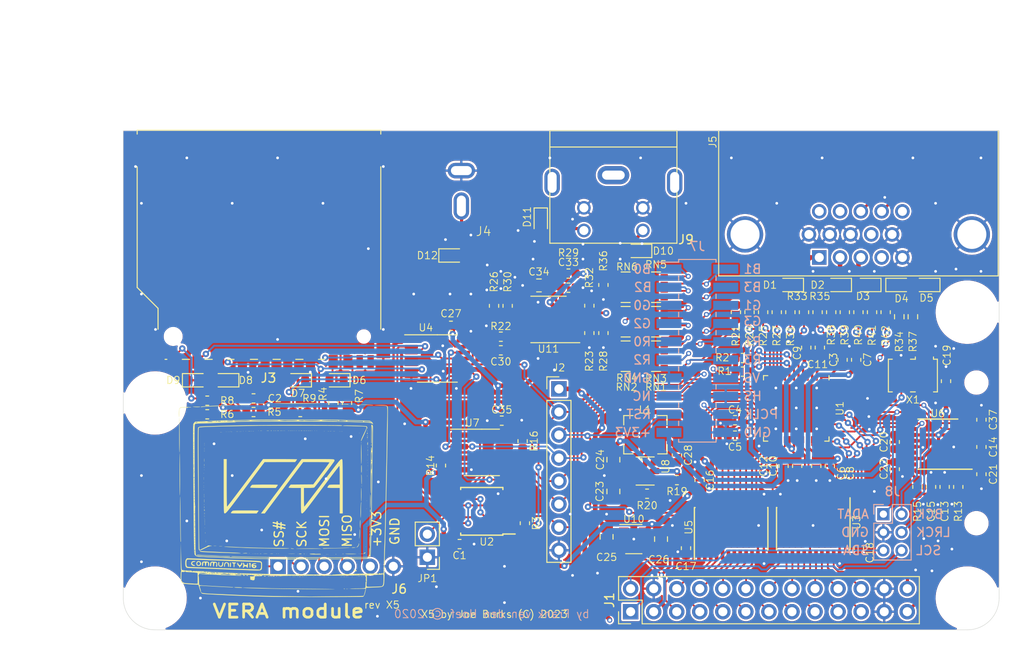
<source format=kicad_pcb>
(kicad_pcb (version 20221018) (generator pcbnew)
  (layers (0 "F.Cu" signal) (1 "In1.Cu" signal) (2 "In2.Cu" signal) (31 "B.Cu" signal) (34 "B.Paste" user) (35 "F.Paste" user) (36 "B.SilkS" user "B.Silkscreen") (37 "F.SilkS" user "F.Silkscreen") (38 "B.Mask" user) (39 "F.Mask" user) (44 "Edge.Cuts" user))
  (net 0 "")
  (net 1 "GND")
  (net 2 "+3V3")
  (net 3 "+1V2")
  (net 4 "L_AUDIO")
  (net 5 "Net-(U6-CPCA)")
  (net 6 "Net-(U6-CPCB)")
  (net 7 "R_AUDIO")
  (net 8 "+5V")
  (net 9 "Net-(U6-VMID)")
  (net 10 "Net-(U6-CPVOUTN)")
  (net 11 "Net-(U11-CH3_OUT)")
  (net 12 "BUS_A0_5V")
  (net 13 "BUS_A1_5V")
  (net 14 "BUS_A2_5V")
  (net 15 "BUS_IRQ#_5V")
  (net 16 "BUS_RES#_5V")
  (net 17 "BUS_CS#_5V")
  (net 18 "BUS_D0_5V")
  (net 19 "BUS_D1_5V")
  (net 20 "BUS_D2_5V")
  (net 21 "BUS_D3_5V")
  (net 22 "BUS_D4_5V")
  (net 23 "BUS_D5_5V")
  (net 24 "BUS_D6_5V")
  (net 25 "BUS_D7_5V")
  (net 26 "SPI_SSEL_N")
  (net 27 "SPI_SCK")
  (net 28 "SPI_MOSI")
  (net 29 "SPI_MISO")
  (net 30 "FPGA_CRESET_B")
  (net 31 "FPGA_CDONE")
  (net 32 "/VGA_ANL_R")
  (net 33 "/VGA_ANL_G")
  (net 34 "/VGA_ANL_B")
  (net 35 "Net-(U11-VCC)")
  (net 36 "SD_SSEL_N")
  (net 37 "/SKT_SSEL_N")
  (net 38 "/SKT_MOSI")
  (net 39 "/SKT_SCK")
  (net 40 "/SKT_MISO")
  (net 41 "Net-(J3-DAT1)")
  (net 42 "VGA_R3")
  (net 43 "Net-(J3-DAT2)")
  (net 45 "VGA_R2")
  (net 46 "VGA_R1")
  (net 48 "VGA_R0")
  (net 50 "VGA_G3")
  (net 52 "VGA_G2")
  (net 53 "VGA_VSYNC")
  (net 54 "VGA_G1")
  (net 56 "VGA_HSYNC")
  (net 57 "VGA_G0")
  (net 58 "VGA_B3")
  (net 59 "VGA_B2")
  (net 60 "VGA_B1")
  (net 61 "VGA_B0")
  (net 64 "Net-(U6-LINEVOUTL)")
  (net 65 "Net-(U7-IO2)")
  (net 66 "Net-(U6-LINEVOUTR)")
  (net 67 "Net-(U7-IO3)")
  (net 68 "Net-(U11-CH1_OUT)")
  (net 69 "Net-(RN3-R3.2)")
  (net 70 "Net-(U11-CH2_OUT)")
  (net 71 "Net-(RN3-R2.2)")
  (net 72 "Net-(RN5-R3.2)")
  (net 73 "Net-(RN1-R4.2)")
  (net 74 "Net-(RN1-R3.2)")
  (net 75 "Net-(RN1-R1.2)")
  (net 76 "Net-(RN1-R2.2)")
  (net 77 "Net-(RN2-R4.2)")
  (net 78 "Net-(RN3-R4.2)")
  (net 79 "AUDIO_LRCK")
  (net 80 "AUDIO_DATA")
  (net 81 "BUS_A0")
  (net 82 "BUS_A1")
  (net 83 "BUS_A2")
  (net 84 "AUDIO_BCK")
  (net 85 "SYSCLK")
  (net 86 "BUS_IRQ#")
  (net 87 "BUS_CS#")
  (net 88 "BUS_D0")
  (net 89 "BUS_D1")
  (net 90 "BUS_D2")
  (net 91 "BUS_D3")
  (net 92 "BUS_D4")
  (net 93 "BUS_D5")
  (net 94 "BUS_D6")
  (net 95 "BUS_D7")
  (net 96 "Net-(U2-Pad10)")
  (net 97 "Net-(U2-Pad3)")
  (net 98 "FLASH_SSEL_N")
  (net 99 "BUS_A4")
  (net 100 "BUS_A3")
  (net 101 "BUS_A3_5V")
  (net 102 "BUS_RD#_5V")
  (net 103 "BUS_A4_5V")
  (net 104 "BUS_WR#_5V")
  (net 105 "BUS_WR#")
  (net 106 "BUS_RD#")
  (net 107 "Net-(RN4-R4.2)")
  (net 108 "Net-(RN4-R2.2)")
  (net 109 "Net-(RN5-R4.2)")
  (net 110 "Net-(RN5-R2.2)")
  (net 111 "Net-(RN6-R4.2)")
  (net 114 "SCL")
  (net 115 "SDA")
  (net 116 "/VGA_VSYNC_OUT")
  (net 117 "/VGA_HSYNC_OUT")
  (net 118 "Net-(D12-A2)")
  (net 119 "Net-(D10-A2)")
  (net 120 "Net-(D11-A2)")
  (net 121 "Net-(U8-FB)")
  (net 122 "Net-(U8-BST)")
  (net 123 "Net-(U8-SW)")
  (footprint "MountingHole:MountingHole_3.2mm_M3" (layer "F.Cu") (at 105 131.5 90)
    (fp_text reference "H4" hide)
    (fp_text value "MountingHole")
  )
  (footprint "Resistor_SMD:R_0603_1608Metric" (layer "F.Cu") (at 173.5 100 -90)
    (fp_text reference "R27")
    (fp_text value "4300")
  )
  (footprint "Resistor_SMD:R_0603_1608Metric" (layer "F.Cu") (at 172 100 -90)
    (fp_text reference "R25")
    (fp_text value "2150")
  )
  (footprint "Resistor_SMD:R_0603_1608Metric" (layer "F.Cu") (at 169 100 -90)
    (fp_text reference "R21")
    (fp_text value "536")
  )
  (footprint "Resistor_SMD:R_0603_1608Metric" (layer "F.Cu") (at 136.5 116.9 90)
    (fp_text reference "R14")
    (fp_text value "47k")
  )
  (footprint "Resistor_SMD:R_0603_1608Metric" (layer "F.Cu") (at 193.5 119.25 90)
    (fp_text reference "R13")
    (fp_text value "560")
  )
  (footprint "vera-module:ICD15S13E4GV00LF" (layer "F.Cu") (at 182.5 80 180)
    (fp_text reference "J5")
    (fp_text value "VGA")
  )
  (footprint "vera-module:SD-102" (layer "F.Cu") (at 116.5 93.5 180)
    (fp_text reference "J3")
    (fp_text value "SD_Card")
  )
  (footprint "Resistor_SMD:R_0603_1608Metric" (layer "F.Cu") (at 145.5 114.2 -90)
    (fp_text reference "R16")
    (fp_text value "47k")
  )
  (footprint "Resistor_SMD:R_0603_1608Metric" (layer "F.Cu") (at 189 119.25 90)
    (fp_text reference "R15")
    (fp_text value "560")
  )
  (footprint "vera-module:AV-5" (layer "F.Cu") (at 138.75 80 180)
    (fp_text reference "J4")
    (fp_text value "Composite")
  )
  (footprint "Resistor_SMD:R_0603_1608Metric" (layer "F.Cu") (at 145.75 123.25 90)
    (fp_text reference "R3")
    (fp_text value "10k")
  )
  (footprint "Resistor_SMD:R_0603_1608Metric" (layer "F.Cu") (at 124.65 110 -90)
    (fp_text reference "R4")
    (fp_text value "47k")
  )
  (footprint "Resistor_SMD:R_0603_1608Metric" (layer "F.Cu") (at 142.35 99.3 -90)
    (fp_text reference "R26")
    (fp_text value "75")
  )
  (footprint "Resistor_SMD:R_0603_1608Metric" (layer "F.Cu") (at 110.75 111.25 180)
    (fp_text reference "R6")
    (fp_text value "47k")
  )
  (footprint "vera-module:MDC-4-02" (layer "F.Cu") (at 155.5 80)
    (fp_text reference "J9")
    (fp_text value "S-video")
  )
  (footprint "Resistor_SMD:R_0603_1608Metric" (layer "F.Cu") (at 170.5 100 -90)
    (fp_text reference "R24")
    (fp_text value "1070")
  )
  (footprint "Resistor_SMD:R_0603_1608Metric" (layer "F.Cu") (at 143.1 102.7)
    (fp_text reference "R22")
    (fp_text value "75")
  )
  (footprint "Connector_PinHeader_2.54mm:PinHeader_1x08_P2.54mm_Vertical" (layer "F.Cu") (at 149.5 108.45)
    (fp_text reference "J2")
    (fp_text value "Prog")
  )
  (footprint "Resistor_SMD:R_0603_1608Metric" (layer "F.Cu") (at 152.85 102.3 -90)
    (fp_text reference "R23")
    (fp_text value "470")
  )
  (footprint "Capacitor_SMD:C_0805_2012Metric" (layer "F.Cu") (at 155.5 116.25 -90)
    (fp_text reference "C24")
    (fp_text value "10uF")
  )
  (footprint "Capacitor_SMD:C_0603_1608Metric" (layer "F.Cu") (at 143.1 104.2)
    (fp_text reference "C30")
    (fp_text value "1nF")
  )
  (footprint "Capacitor_SMD:C_0805_2012Metric" (layer "F.Cu") (at 154.75 124.75 -90)
    (fp_text reference "C25")
    (fp_text value "10uF")
  )
  (footprint "Capacitor_SMD:C_0603_1608Metric" (layer "F.Cu") (at 186.5 117.3 -90)
    (fp_text reference "C22")
    (fp_text value "4.7uF")
  )
  (footprint "MountingHole:MountingHole_3.2mm_M3" (layer "F.Cu") (at 105 110)
    (fp_text reference "H1" hide)
    (fp_text value "MountingHole")
  )
  (footprint "Fiducial:Fiducial_1mm_Mask2mm" (layer "F.Cu") (at 106.25 115)
    (fp_text reference "FID3" hide)
    (fp_text value "Fiducial")
  )
  (footprint "Capacitor_SMD:C_0805_2012Metric" (layer "F.Cu") (at 147.3 97.05 180)
    (fp_text reference "C34")
    (fp_text value "10uF")
  )
  (footprint "Capacitor_SMD:C_0805_2012Metric" (layer "F.Cu") (at 160.75 125 -90)
    (fp_text reference "C26")
    (fp_text value "10uF")
  )
  (footprint "Capacitor_SMD:C_0603_1608Metric" (layer "F.Cu") (at 196.05 117.85 -90)
    (fp_text reference "C21")
    (fp_text value "1uF")
  )
  (footprint "Capacitor_SMD:C_0603_1608Metric" (layer "F.Cu") (at 186.5 114.3 90)
    (fp_text reference "C20")
    (fp_text value "2.2uF")
  )
  (footprint "Capacitor_SMD:C_0603_1608Metric" (layer "F.Cu") (at 190.5 119.25 90)
    (fp_text reference "C15")
    (fp_text value "2.7nF")
  )
  (footprint "Capacitor_SMD:C_0603_1608Metric" (layer "F.Cu") (at 196.05 114.85 90)
    (fp_text reference "C14")
    (fp_text value "1u")
  )
  (footprint "Capacitor_SMD:C_0603_1608Metric" (layer "F.Cu") (at 138.55 125.55)
    (fp_text reference "C1")
    (fp_text value "100nF")
  )
  (footprint "Capacitor_SMD:C_0603_1608Metric" (layer "F.Cu") (at 115.85 109.5 180)
    (fp_text reference "C2")
    (fp_text value "4.7uF")
  )
  (footprint "Capacitor_SMD:C_0603_1608Metric" (layer "F.Cu") (at 192 119.25 90)
    (fp_text reference "C13")
    (fp_text value "2.7nF")
  )
  (footprint "Oscillator:Oscillator_SMD_SeikoEpson_SG8002LB-4Pin_5.0x3.2mm" (layer "F.Cu") (at 188.5 106.98 180)
    (fp_text reference "X1")
    (fp_text value "SG5032CAN_25.000000M-TJGA3")
  )
  (footprint "Package_SO:SOIC-8_3.9x4.9mm_P1.27mm" (layer "F.Cu") (at 148.35 100.8 180)
    (fp_text reference "U11")
    (fp_text value "THS7314D")
  )
  (footprint "Resistor_SMD:R_0603_1608Metric" (layer "F.Cu") (at 182.5 100 -90)
    (fp_text reference "R40")
    (fp_text value "1070")
  )
  (footprint "Resistor_SMD:R_0603_1608Metric" (layer "F.Cu") (at 181 100 -90)
    (fp_text reference "R39")
    (fp_text value "536")
  )
  (footprint "Resistor_SMD:R_Array_Convex_4x0603" (layer "F.Cu") (at 160.2 97.25 180)
    (fp_text reference "RN5")
    (fp_text value "CAY16-2001F4LF")
  )
  (footprint "Resistor_SMD:R_Array_Convex_4x0603" (layer "F.Cu") (at 160.2 104.85 180)
    (fp_text reference "RN1")
    (fp_text value "CAY16-2001F4LF")
  )
  (footprint "Resistor_SMD:R_0603_1608Metric" (layer "F.Cu") (at 154.4 97 90)
    (fp_text reference "R36")
    (fp_text value "1k")
  )
  (footprint "Resistor_SMD:R_0603_1608Metric" (layer "F.Cu") (at 178 100 -90)
    (fp_text reference "R35")
    (fp_text value "2150")
  )
  (footprint "Package_TO_SOT_SMD:SOT-23-5" (layer "F.Cu") (at 157.75 125)
    (fp_text reference "U10")
    (fp_text value "MIC5504-3.3YM5")
  )
  (footprint "Package_SO:TSSOP-16_4.4x5mm_P0.65mm" (layer "F.Cu") (at 191.25 114.5 180)
    (fp_text reference "U6")
    (fp_text value "WM8524CGEDT")
  )
  (footprint "Resistor_SMD:R_0603_1608Metric" (layer "F.Cu") (at 184 100 -90)
    (fp_text reference "R41")
    (fp_text value "2150")
  )
  (footprint "Resistor_SMD:R_Array_Convex_4x0603" (layer "F.Cu") (at 160.2 101.05 180)
    (fp_text reference "RN3")
    (fp_text value "CAY16-2001F4LF")
  )
  (footprint "Package_SO:SOIC-8_3.9x4.9mm_P1.27mm" (layer "F.Cu") (at 141 115.45)
    (fp_text reference "U7")
    (fp_text value "W25Q16JVSNIQ")
  )
  (footprint "Resistor_SMD:R_0603_1608Metric" (layer "F.Cu") (at 185.5 100 -90)
    (fp_text reference "R42")
    (fp_text value "4300")
  )
  (footprint "Resistor_SMD:R_0603_1608Metric" (layer "F.Cu") (at 152.85 99.2875 90)
    (fp_text reference "R32")
    (fp_text value "470")
  )
  (footprint "Resistor_SMD:R_0603_1608Metric" (layer "F.Cu") (at 179.5 100 -90)
    (fp_text reference "R38")
    (fp_text value "4300")
  )
  (footprint "Resistor_SMD:R_0603_1608Metric" (layer "F.Cu") (at 175 100 -90)
    (fp_text reference "R31")
    (fp_text value "536")
  )
  (footprint "Resistor_SMD:R_0603_1608Metric" (layer "F.Cu") (at 154.4 102.3 90)
    (fp_text reference "R28")
    (fp_text value "1k")
  )
  (footprint "Resistor_SMD:R_0603_1608Metric" (layer "F.Cu") (at 143.85 99.3 -90)
    (fp_text reference "R30")
    (fp_text value "75")
  )
  (footprint "Resistor_SMD:R_Array_Convex_4x0603" (layer "F.Cu") (at 156.85 97.25 180)
    (fp_text reference "RN6")
    (fp_text value "CAY16-1001F4LF")
  )
  (footprint "Resistor_SMD:R_0603_1608Metric" (layer "F.Cu") (at 176.5 100 -90)
    (fp_text reference "R33")
    (fp_text value "1070")
  )
  (footprint "Resistor_SMD:R_Array_Convex_4x0603" (layer "F.Cu") (at 156.85 104.85 180)
    (fp_text reference "RN2")
    (fp_text value "CAY16-1001F4LF")
  )
  (footprint "MountingHole:MountingHole_3.2mm_M3" (layer "F.Cu") (at 194.5 100)
    (fp_text reference "H3" hide)
    (fp_text value "MountingHole")
  )
  (footprint "MountingHole:MountingHole_3.2mm_M3" (layer "F.Cu") (at 194.5 131.5)
    (fp_text reference "H2" hide)
    (fp_text value "MountingHole")
  )
  (footprint "Fiducial:Fiducial_1mm_Mask2mm" (layer "F.Cu") (at 109.5 133.5)
    (fp_text reference "FID4" hide)
    (fp_text value "Fiducial")
  )
  (footprint "Fiducial:Fiducial_1mm_Mask2mm" (layer "F.Cu") (at 196.5 127)
    (fp_text reference "FID2" hide)
    (fp_text value "Fiducial")
  )
  (footprint "Fiducial:Fiducial_1mm_Mask2mm" (layer "F.Cu") (at 196.75 104.25)
    (fp_text reference "FID1" hide)
    (fp_text value "Fiducial")
  )
  (footprint "Resistor_SMD:R_0603_1608Metric" (layer "F.Cu") (at 110.75 109.75 180)
    (fp_text reference "R8")
    (fp_text value "47k")
  )
  (footprint "Resistor_SMD:R_0603_1608Metric" (layer "F.Cu") (at 126.15 110 90)
    (fp_text reference "R7")
    (fp_text value "47k")
  )
  (footprint "Capacitor_SMD:C_0603_1608Metric" (layer "F.Cu") (at 143.2 111.95 180)
    (fp_text reference "C35")
    (fp_text value "100nF")
  )
  (footprint "Capacitor_SMD:C_0603_1608Metric" (layer "F.Cu") (at 192.15 107.6 90)
    (fp_text reference "C19")
    (fp_text value "100nF")
  )
  (footprint "Capacitor_SMD:C_0603_1608Metric" (layer "F.Cu") (at 196.05 111.85 90)
    (fp_text reference "C37")
    (fp_text value "4.7uF")
  )
  (footprint "Resistor_SMD:R_0603_1608Metric" (layer "F.Cu") (at 150.55 95.75 180)
    (fp_text reference "R29")
    (fp_text value "0")
  )
  (footprint "Package_SO:TSSOP-14_4.4x5mm_P0.65mm" (layer "F.Cu") (at 141 121.94 180)
    (fp_text reference "U2")
    (fp_text value "74AHC00PW")
  )
  (footprint "Resistor_SMD:R_Array_Convex_4x0603" (layer "F.Cu") (at 156.85 101.05 180)
    (fp_text reference "RN4")
    (fp_text value "CAY16-1001F4LF")
  )
  (footprint "Capacitor_SMD:C_0603_1608Metric" (layer "F.Cu") (at 150.55 97.3)
    (fp_text reference "C33")
    (fp_text value "100nF")
  )
  (footprint "Resistor_SMD:R_0603_1608Metric" (layer "F.Cu") (at 169.75 105.05)
    (fp_text reference "R2")
    (fp_text value "10k")
  )
  (footprint "Resistor_SMD:R_0603_1608Metric" (layer "F.Cu") (at 169.75 106.55)
    (fp_text reference "R1")
    (fp_text value "10k")
  )
  (footprint "Capacitor_SMD:C_0603_1608Metric" (layer "F.Cu") (at 177.85 116.95 -90)
    (fp_text reference "C6")
    (fp_text value "100nF")
  )
  (footprint "Capacitor_SMD:C_0603_1608Metric" (layer "F.Cu") (at 174.25 116.95 -90)
    (fp_text reference "C12")
    (fp_text value "4.7uF")
  )
  (footprint "Capacitor_SMD:C_0603_1608Metric" (layer "F.Cu") (at 180.75 105.25 90)
    (fp_text reference "C3")
    (fp_text value "100nF")
  )
  (footprint "Capacitor_SMD:C_0603_1608Metric" (layer "F.Cu") (at 178.25 103.9 90)
    (fp_text reference "C11")
    (fp_text value "4.7uF")
  )
  (footprint "Capacitor_SMD:C_0603_1608Metric" (layer "F.Cu") (at 175.75 116.95 -90)
    (fp_text reference "C10")
    (fp_text value "100nF")
  )
  (footprint "Capacitor_SMD:C_0603_1608Metric" (layer "F.Cu") (at 176.75 103.9 90)
    (fp_text reference "C9")
    (fp_text value "100nF")
  )
  (footprint "Capacitor_SMD:C_0603_1608Metric" (layer "F.Cu") (at 179.35 116.95 -90)
    (fp_text reference "C8")
    (fp_text value "4.7uF")
  )
  (footprint "Capacitor_SMD:C_0603_1608Metric" (layer "F.Cu") (at 182.25 105.25 90)
    (fp_text reference "C7")
    (fp_text value "4.7uF")
  )
  (footprint "Capacitor_SMD:C_0603_1608Metric" (layer "F.Cu") (at 168.9 111.9 180)
    (fp_text reference "C4")
    (fp_text value "100nF")
  )
  (footprint "Capacitor_SMD:C_0603_1608Metric" (layer "F.Cu") (at 168.9 113.6 180)
    (fp_text reference "C5")
    (fp_text value "100nF")
  )
  (footprint "Package_DFN_QFN:QFN-48-1EP_7x7mm_P0.5mm_EP5.3x5.3mm" (layer "F.Cu") (at 175.65 110.6 -90)
    (fp_text reference "U1")
    (fp_text value "ICE40UP5K-SG48ITR50")
  )
  (footprint "Resistor_SMD:R_0603_1608Metric" (layer "F.Cu") (at 162.5 118.5 180)
    (fp_text reference "R19")
    (fp_text value "5K76")
  )
  (footprint "Resistor_SMD:R_0603_1608Metric" (layer "F.Cu") (at 159.2125 120 180)
    (fp_text reference "R20")
    (fp_text value "10K")
  )
  (footprint "Capacitor_SMD:C_0805_2012Metric" (layer "F.Cu") (at 155.5 119.75 90)
    (fp_text reference "C23")
    (fp_text value "10uF")
  )
  (footprint "Inductor_SMD:L_Bourns-SRN4018" (layer "F.Cu") (at 159.025 113.5 180)
    (fp_text reference "L1")
    (fp_text value "NRS4018T2R2MDGJ")
  )
  (footprint "Capacitor_SMD:C_0603_1608Metric" (layer "F.Cu") (at 163.5 126 -90)
    (fp_text reference "C17")
    (fp_text value "100nF")
  )
  (footprint "Capacitor_SMD:C_0603_1608Metric" (layer "F.Cu") (at 165 118.5 90)
    (fp_text reference "C16")
    (fp_text value "100nF")
  )
  (footprint "Capacitor_SMD:C_0603_1608Metric" (layer "F.Cu") (at 182.55 126 90)
    (fp_text reference "C18")
    (fp_text value "100nF")
  )
  (footprint "Package_SO:TSSOP-24_4.4x7.8mm_P0.65mm" (layer "F.Cu") (at 177.5 123.85 -90)
    (fp_text reference "U3")
    (fp_text value "SN74CBTD3861PWR")
  )
  (footprint "Package_SO:TSSOP-24_4.4x7.8mm_P0.65mm" (layer "F.Cu") (at 168.5 123.85 90)
    (fp_text reference "U5")
    (fp_text value "74LVC4245APW")
  )
  (footprint "Connector_PinHeader_2.54mm:PinHeader_2x13_P2.54mm_Vertical" (layer "F.Cu") (at 157.4 133 90)
    (fp_text reference "J1")
    (fp_text value "Bus")
  )
  (footprint "Connector_PinHeader_2.54mm:PinHeader_1x02_P2.54mm_Vertical" (layer "F.Cu") (at 135 127 180)
    (fp_text reference "JP1")
    (fp_text value "Flash enable")
  )
  (footprint "Package_SO:TSSOP-14_4.4x5mm_P0.65mm" (layer "F.Cu") (at 136.1 105.1)
    (fp_text reference "U4")
    (fp_text value "74CBTLV3126PW,118")
  )
  (footprint "Capacitor_SMD:C_0603_1608Metric" (layer "F.Cu") (at 137.6 101.5 180)
    (fp_text reference "C27")
    (fp_text value "100nF")
  )
  (footprint "Resistor_SMD:R_0603_1608Metric" (layer "F.Cu") (at 115.85 111 180)
    (fp_text reference "R5")
    (fp_text value "47k")
  )
  (footprint "Resistor_SMD:R_0603_1608Metric" (layer "F.Cu") (at 121 111)
    (fp_text reference "R9")
    (fp_text value "47k")
  )
  (footprint "Diode_SMD:D_0603_1608Metric" (layer "F.Cu") (at 190 97 180)
    (fp_text reference "D5")
    (fp_text value "D_TVS_Filled")
  )
  (footprint "Diode_SMD:D_0603_1608Metric" (layer "F.Cu") (at 120.75 107.5 180)
    (fp_text reference "D7")
    (fp_text value "D_TVS_Filled")
  )
  (footprint "Diode_SMD:D_0603_1608Metric" (layer "F.Cu") (at 112.75 107.5 180)
    (fp_text reference "D8")
    (fp_text value "D_TVS_Filled")
  )
  (footprint "vera-module:TSOT26-6" (layer "F.Cu") (at 159 117.5)
    (fp_text reference "U8")
    (fp_text value "AP62200WU-7")
  )
  (footprint "Resistor_SMD:R_0603_1608Metric" (layer "F.Cu") (at 187 100.5 -90)
    (fp_text reference "R34")
    (fp_text value "820")
  )
  (footprint "Connector_PinHeader_2.54mm:PinHeader_1x06_P2.54mm_Vertical" (layer "F.Cu") (at 118.55 128 90)
    (fp_text reference "J6")
    (fp_text value "Conn_01x06_Pin")
  )
  (footprint "Diode_SMD:D_0603_1608Metric" (layer "F.Cu") (at 147.5 90 -90)
    (fp_text reference "D11")
    (fp_text value "D_TVS_Filled")
  )
  (footprint "Diode_SMD:D_0603_1608Metric" (layer "F.Cu") (at 125 107.5 180)
    (fp_text reference "D6")
    (fp_text value "D_TVS_Filled")
  )
  (footprint "Diode_SMD:D_0603_1608Metric" (layer "F.Cu") (at 183.5 97 180)
    (fp_text reference "D3")
    (fp_text value "D_TVS_Filled")
  )
  (footprint "Diode_SMD:D_0603_1608Metric" (layer "F.Cu") (at 174.9625 97 180)
    (fp_text reference "D1")
    (fp_text value "D_TVS_Filled")
  )
  (footprint "MountingHole:MountingHole_2.2mm_M2" (layer "F.Cu") (at 195.5 107.75)
    (fp_text reference "H6" hide)
    (fp_text value "MountingHole")
  )
  (footprint "Diode_SMD:D_0603_1608Metric" (layer "F.Cu") (at 158.25 93.25 180)
    (fp_text reference "D10")
    (fp_text value "D_TVS_Filled")
  )
  (footprint "Diode_SMD:D_0603_1608Metric" (layer "F.Cu") (at 180.25 97 180)
    (fp_text reference "D2")
    (fp_text value "D_TVS_Filled")
  )
  (footprint "vera-module:VERA_CE_Logo2" (layer "F.Cu") (at 119.1 120.5)
    (fp_text reference "LOGO1" hide)
    (fp_text value "X16 logo" hide)
  )
  (footprint "Capacitor_SMD:C_0603_1608Metric" (layer "F.Cu") (at 162.5 115.75 90)
    (fp_text reference "C28")
    (fp_text value "100nF")
  )
  (footprint "Diode_SMD:D_0603_1608Metric" (layer "F.Cu") (at 187 97)
    (fp_text reference "D4")
    (fp_text value "D_TVS_Filled")
  )
  (footprint "Diode_SMD:D_0603_1608Metric" (layer "F.Cu") (at 137.75 93.75)
    (fp_text reference "D12")
    (fp_text value "D_TVS_Filled")
  )
  (footprint "Diode_SMD:D_0603_1608Metric" (layer "F.Cu") (at 109.5 107.5)
    (fp_text reference "D9")
    (fp_text value "D_TVS_Filled")
  )
  (footprint "MountingHole:MountingHole_2.2mm_M2" (layer "F.Cu") (at 195.5 123.25)
    (fp_text reference "H5" hide)
    (fp_text value "MountingHole")
  )
  (footprint "Resistor_SMD:R_0603_1608Metric" (layer "F.Cu") (at 188.5 100.5 -90)
    (fp_text reference "R37")
    (fp_text value "820")
  )
  (footprint "Connector_PinSocket_2.00mm:PinSocket_2x10_P2.00mm_Vertical_SMD" (layer "B.Cu") (at 164.75 104.25 180)
    (fp_text reference "J7")
    (fp_text value "HDMI Video Exp.")
  )
  (footprint "Connector_PinSocket_2.00mm:PinSocket_2x03_P2.00mm_Vertical" (layer "B.Cu") (at 185.25 122.25 180)
    (fp_text reference "J8")
    (fp_text value "I2X")
  )
  (gr_line (start 105 135) (end 194.5 135) (stroke (width 0.05)) (layer "Edge.Cuts"))
  (gr_line (start 198 80) (end 101.5 80) (stroke (width 0.05)) (layer "Edge.Cuts"))
  (gr_line (start 101.5 80) (end 101.5 131.5) (stroke (width 0.05)) (layer "Edge.Cuts"))
  (gr_arc (start 105 135) (mid 102.525126 133.974874) (end 101.5 131.5) (stroke (width 0.05)) (layer "Edge.Cuts"))
  (gr_arc (start 198 131.5) (mid 196.974874 133.974874) (end 194.5 135) (stroke (width 0.05)) (layer "Edge.Cuts"))
  (gr_line (start 198 80) (end 198 131.5) (stroke (width 0.05)) (layer "Edge.Cuts"))
  (gr_text "G3" (at 169.75 101) (layer "B.SilkS") (effects (font (size 1 1)) (justify right mirror)))
  (gr_text "B0" (at 159.75 95.25) (layer "B.SilkS") (effects (font (size 1 1)) (justify left mirror)))
  (gr_text "SCL" (at 188.75 126.25) (layer "B.SilkS") (effects (font (size 1 1)) (justify right mirror)))
  (gr_text "GND" (at 183.75 124.25) (layer "B.SilkS") (effects (font (size 1 1)) (justify left mirror)))
  (gr_text "B3" (at 169.75 97.25) (layer "B.SilkS") (effects (font (size 1 1)) (justify right mirror)))
  (gr_text "HS" (at 169.75 109.25) (layer "B.SilkS") (effects (font (size 1 1)) (justify right mirror)))
  (gr_text "ADAT" (at 183.75 122.25) (layer "B.SilkS") (effects (font (size 1 1)) (justify left mirror)))
  (gr_text "G2" (at 159.75 101.25) (layer "B.SilkS") (effects (font (size 1 1)) (justify left mirror)))
  (gr_text "GND" (at 159.75 107.25) (layer "B.SilkS") (effects (font (size 1 1)) (justify left mirror)))
  (gr_text "BCK" (at 188.75 122.25) (layer "B.SilkS") (effects (font (size 1 1)) (justify right mirror)))
  (gr_text "G1" (at 169.75 99.25) (layer "B.SilkS") (effects (font (size 1 1)) (justify right mirror)))
  (gr_text "GND" (at 169.75 113.25) (layer "B.SilkS") (effects (font (size 1 1)) (justify right mirror)))
  (gr_text "B1" (at 169.75 95.25) (layer "B.SilkS") (effects (font (size 1 1)) (justify right mirror)))
  (gr_text "NC" (at 159.75 109.25) (layer "B.SilkS") (effects (font (size 1 1)) (justify left mirror)))
  (gr_text "R0" (at 159.75 103.25) (layer "B.SilkS") (effects (font (size 1 1)) (justify left mirror)))
  (gr_text "RST" (at 159.75 111.25) (layer "B.SilkS") (effects (font (size 1 1)) (justify left mirror)))
  (gr_text "VS" (at 169.75 107.25) (layer "B.SilkS") (effects (font (size 1 1)) (justify right mirror)))
  (gr_text "R3" (at 169.75 105.25) (layer "B.SilkS") (effects (font (size 1 1)) (justify right mirror)))
  (gr_text "LRCK" (at 188.75 124.25) (layer "B.SilkS") (effects (font (size 1 1)) (justify right mirror)))
  (gr_text "+3V3" (at 159.75 113.25) (layer "B.SilkS") (effects (font (size 1 1)) (justify left mirror)))
  (gr_text "G0" (at 159.75 99.25) (layer "B.SilkS") (effects (font (size 1 1)) (justify left mirror)))
  (gr_text "R1" (at 169.75 103.25) (layer "B.SilkS") (effects (font (size 1 1)) (justify right mirror)))
  (gr_text "B2" (at 158.75 97.25) (layer "B.SilkS") (effects (font (size 1 1)) (justify mirror)))
  (gr_text "PCLK" (at 169.75 111.25) (layer "B.SilkS") (effects (font (size 1 1)) (justify right mirror)))
  (gr_text "R2" (at 159.75 105.25) (layer "B.SilkS") (effects (font (size 1 1)) (justify left mirror)))
  (gr_text "SDA" (at 183.75 126.25) (layer "B.SilkS") (effects (font (size 1 1)) (justify left mirror)))
  (gr_text "by Frank van den Hoef © 2020" (at 142.1 133.25) (layer "B.SilkS") (effects (font (size 0.9 0.88) (thickness 0.1)) (justify mirror)))
  (gr_text "VERA module" (at 119.7 132.95) (layer "F.SilkS") (effects (font (size 1.45 1.7) (thickness 0.3))))
  (gr_text "rev X5" (at 130 132.25) (layer "F.SilkS") (effects (font (size 0.8 0.8) (thickness 0.1))))
  (gr_text "MISO" (at 126.75 126 90) (layer "F.SilkS") (effects (font (size 1 1)) (justify left bottom)))
  (gr_text "X5 by Joe Burks (C) 2023" (at 134.25 133.75) (layer "F.SilkS") (effects (font (size 0.8 0.8) (thickness 0.1)) (justify left bottom)))
  (gr_text "MOSI" (at 124.25 126 90) (layer "F.SilkS") (effects (font (size 1 1)) (justify left bottom)))
  (gr_text "SCK" (at 121.75 126 90) (layer "F.SilkS") (effects (font (size 1 1)) (justify left bottom)))
  (gr_text "+3V3" (at 130 126 90) (layer "F.SilkS") (effects (font (size 1 1)) (justify left bottom)))
  (gr_text "GND" (at 132 125.75 90) (layer "F.SilkS") (effects (font (size 1 1)) (justify left bottom)))
  (gr_text "SS#" (at 119.25 126 90) (layer "F.SilkS") (effects (font (size 1 1)) (justify left bottom)))
  (segment (start 172.075 120.075) (end 172.1 120.05) (width 0.3) (layer "F.Cu") (net 1))
  (segment (start 172.075 127.675) (end 172.1 127.7) (width 0.3) (layer "F.Cu") (net 1))
  (segment (start 172.075 121) (end 172.075 120.075) (width 0.3) (layer "F.Cu") (net 1))
  (segment (start 172.075 126.7) (end 172.075 127.675) (width 0.3) (layer "F.Cu") (net 1))
  (segment (start 171.425 127.525) (end 171.6 127.7) (width 0.2) (layer "F.Cu") (net 1))
  (segment (start 171.425 126.7) (end 171.425 127.525) (width 0.2) (layer "F.Cu") (net 1))
  (segment (start 171.6 127.7) (end 172.1 127.7) (width 0.2) (layer "F.Cu") (net 1))
  (segment (start 196.05 118.6375) (end 196.05 119.45) (width 0.5) (layer "F.Cu") (net 1))
  (segment (start 175.75 117.7375) (end 175.75 118.55) (width 0.5) (layer "F.Cu") (net 1))
  (segment (start 130.15 103.675) (end 130.15 101.9) (width 0.5) (layer "F.Cu") (net 1))
  (segment (start 138.525 117.355) (end 139.845 117.355) (width 0.5) (layer "F.Cu") (net 1))
  (segment (start 105.05 103.675) (end 105.05 101.9) (width 0.5) (layer "F.Cu") (net 1))
  (segment (start 155.5 118) (end 154.5 118) (width 0.5) (layer "F.Cu") (net 1))
  (segment (start 192.15 106.8125) (end 192.15 106) (width 0.5) (layer "F.Cu") (net 1))
  (segment (start 186.5 118.0875) (end 187.3375 118.0875) (width 0.5) (layer "F.Cu") (net 1))
  (segment (start 145.875 98.895) (end 147.195 98.895) (width 0.5) (layer "F.Cu") (net 1))
  (segment (start 192 118.4625) (end 192 117.65) (width 0.5) (layer "F.Cu") (net 1))
  (segment (start 153.05 97.7) (end 153.1 97.65) (width 0.5) (layer "F.Cu") (net 1))
  (segment (start 154.4 103.0875) (end 154.4 103.9) (width 0.5) (layer "F.Cu") (net 1))
  (segment (start 152.85 103.0875) (end 152.85 103.9) (width 0.5) (layer "F.Cu") (net 1))
  (segment (start 142.81 119.99) (end 142.8 120) (width 0.4) (layer "F.Cu") (net 1))
  (segment (start 168.1125 113.6) (end 168.1125 114.3875) (width 0.5) (layer "F.Cu") (net 1))
  (segment (start 153.05 98.3) (end 153.05 97.7) (width 0.5) (layer "F.Cu") (net 1))
  (segment (start 180.425 127.694439) (end 180.42501 127.694449) (width 0.3) (layer "F.Cu") (net 1))
  (segment (start 147.195 98.895) (end 147.2 98.9) (width 0.5) (layer "F.Cu") (net 1))
  (segment (start 176.75 103) (end 177.5 102.25) (width 0.5) (layer "F.Cu") (net 1))
  (segment (start 154.4 97.7875) (end 154.4 98.6) (width 0.5) (layer "F.Cu") (net 1))
  (segment (start 183.2125 125.2125) (end 183.25 125.25) (width 0.5) (layer "F.Cu") (net 1))
  (segment (start 102.85 82.175) (end 102.85 83.95) (width 0.5) (layer "F.Cu") (net 1))
  (segment (start 186.5 113.5125) (end 185.6875 113.5125) (width 0.35) (layer "F.Cu") (net 1))
  (segment (start 182.55 125.2125) (end 183.2125 125.2125) (width 0.5) (layer "F.Cu") (net 1))
  (segment (start 142.4125 111.95) (end 141.6 111.95) (width 0.5) (layer "F.Cu") (net 1))
  (segment (start 180.7875 104.4625) (end 181.5 103.75) (width 0.5) (layer "F.Cu") (net 1))
  (segment (start 143.95 119.99) (end 142.81 119.99) (width 0.4) (layer "F.Cu") (net 1))
  (segment (start 139.3375 125.55) (end 140.15 125.55) (width 0.5) (layer "F.Cu") (net 1))
  (segment (start 177.85 117.7375) (end 177.85 118.55) (width 0.5) (layer "F.Cu") (net 1))
  (segment (start 189.52499 114.825) (end 189.6 114.90001) (width 0.3) (layer "F.Cu") (net 1))
  (segment (start 155.5 118.8125) (end 155.5 118) (width 0.5) (layer "F.Cu") (net 1))
  (segment (start 152.15 97.3) (end 151.7 97.3) (width 0.5) (layer "F.Cu") (net 1))
  (segment (start 187.23 105.88) (end 187.23 104.78) (width 0.5) (layer "F.Cu") (net 1))
  (segment (start 173.925 120.075) (end 173.9 120.05) (width 0.3) (layer "F.Cu") (net 1))
  (segment (start 152.85 98.5) (end 153.05 98.3) (width 0.5) (layer "F.Cu") (net 1))
  (segment (start 122.125 106.575) (end 122.1 106.6) (width 0.5) (layer "F.Cu") (net 1))
  (segment (start 178.25 103) (end 177.5 102.25) (width 0.5) (layer "F.Cu") (net 1))
  (segment (start 114.625 105.475) (end 114.625 106) (width 0.5) (layer "F.Cu") (net 1))
  (segment (start 173.925 121) (end 173.925 120.075) (width 0.3) (layer "F.Cu") (net 1))
  (segment (start 122.125 105.475) (end 122.125 106.575) (width 0.5) (layer "F.Cu") (net 1))
  (segment (start 174.25 117.7375) (end 174.749976 118.237476) (width 0.5) (layer "F.Cu") (net 1))
  (segment (start 194.2 114.825) (end 193.025 114.825) (width 0.3) (layer "F.Cu") (net 1))
  (segment (start 139.845 117.355) (end 139.85 117.35) (width 0.5) (layer "F.Cu") (net 1))
  (segment (start 187.3375 118.0875) (end 187.35 118.1) (width 0.5) (layer "F.Cu") (net 1))
  (segment (start 174.749976 118.237476) (end 174.749976 118.55) (width 0.5) (layer "F.Cu") (net 1))
  (segment (start 162.6 126.4) (end 162.9875 126.7875) (width 0.5) (layer "F.Cu") (net 1))
  (segment (start 187.23 104.78) (end 187.2 104.75) (width 0.5) (layer "F.Cu") (net 1))
  (segment (start 115.25 106.625) (end 115.0625 106.8125) (width 0.5) (layer "F.Cu") (net 1))
  (segment (start 167.624534 111.9) (end 167.300032 112.224502) (width 0.5) (layer "F.Cu") (net 1))
  (segment (start 114.625 106) (end 115.25 106.625) (width 0.5) (layer "F.Cu") (net 1))
  (segment (start 151.7 97.3) (end 151.3375 97.3) (width 0.5) (layer "F.Cu") (net 1))
  (segment (start 155.5 118) (end 155.5 117.1875) (width 0.5) (layer "F.Cu") (net 1))
  (segment (start 155.5 117.1875) (end 156.1375 116.55) (width 0.5) (layer "F.Cu") (net 1))
  (segment (start 168.1125 111.9) (end 167.624534 111.9) (width 0.5) (layer "F.Cu") (net 1))
  (segment (start 185.6875 113.5125) (end 185.65 113.55) (width 0.35) (layer "F.Cu") (net 1))
  (segment (start 188.3 114.825) (end 189.52499 114.825) (width 0.3) (layer "F.Cu") (net 1))
  (segment (start 115.0625 106.8125) (end 115.0625 109.5) (width 0.5) (layer "F.Cu") (net 1))
  (segment (start 193.025 114.825) (end 193 114.85) (width 0.3) (layer "F.Cu") (net 1))
  (segment (start 156.1375 116.55) (end 157.9 116.55) (width 0.5) (layer "F.Cu") (net 1))
  (segment (start 190.5 118.4625) (end 190.5 117.65) (width 0.5) (layer "F.Cu") (net 1))
  (segment (start 162.9875 126.7875) (end 163.5 126.7875) (width 0.5) (layer "F.Cu") (net 1))
  (segment (start 146.3625 97.05) (end 145.5 97.05) (width 0.5) (layer "F.Cu") (net 1))
  (segment (start 130.15 82.175) (end 130.15 83.95) (width 0.5) (layer "F.Cu") (net 1))
  (segment (start 196.05 111.0625) (end 196.05 110.25) (width 0.5) (layer "F.Cu") (net 1))
  (segment (start 179.35 117.7375) (end 179.35 118.549979) (width 0.5) (layer "F.Cu") (net 1))
  (segment (start 182.2125 104.4625) (end 181.5 103.75) (width 0.5) (layer "F.Cu") (net 1))
  (segment (start 168.1125 114.3875) (end 168 114.5) (width 0.5) (layer "F.Cu") (net 1))
  (segment (start 180.425 126.7) (end 180.425 127.694439) (width 0.3) (layer "F.Cu") (net 1))
  (via (at 173.4 112.85) (size 0.7) (drill 0.3) (layers "F.Cu" "B.Cu") (net 1))
  (via (at 175.65 110.55) (size 0.7) (drill 0.3) (layers "F.Cu" "B.Cu") (net 1))
  (via (at 183.25 125.25) (size 0.7) (drill 0.3) (layers "F.Cu" "B.Cu") (net 1))
  (via (at 172.1 120.05) (size 0.7) (drill 0.3) (layers "F.Cu" "B.Cu") (net 1))
  (via (at 172.1 127.7) (size 0.7) (drill 0.3) (layers "F.Cu" "B.Cu") (net 1))
  (via (at 103.5 127.5) (size 0.7) (drill 0.3) (layers "F.Cu" "B.Cu") (net 1))
  (via (at 156.25 92.4) (size 0.7) (drill 0.3) (layers "F.Cu" "B.Cu") (net 1))
  (via (at 178.5 83) (size 0.7) (drill 0.3) (layers "F.Cu" "B.Cu") (net 1))
  (via (at 191 110) (size 0.7) (drill 0.3) (layers "F.Cu" "B.Cu") (net 1))
  (via (at 120.75 130.75) (size 0.7) (drill 0.3) (layers "F.Cu" "B.Cu") (net 1))
  (via (at 143.1 97.4) (size 0.7) (drill 0.3) (layers "F.Cu" "B.Cu") (net 1))
  (via (at 110 131.5) (size 0.7) (drill 0.3) (layers "F.Cu" "B.Cu") (net 1))
  (via (at 177.5 123.5) (size 0.7) (drill 0.3) (layers "F.Cu" "B.Cu") (net 1))
  (via (at 145 91) (size 0.7) (drill 0.3) (layers "F.Cu" "B.Cu") (net 1))
  (via (at 147.2 98.9) (size 0.7) (drill 0.3) (layers "F.Cu" "B.Cu") (net 1))
  (via (at 103.5 98) (size 0.7) (drill 0.3) (layers "F.Cu" "B.Cu") (net 1))
  (via (at 153.1 97.65) (size 0.7) (drill 0.3) (layers "F.Cu" "B.Cu") (net 1))
  (via (at 192.8 121.15) (size 0.7) (drill 0.3) (layers "F.Cu" "B.Cu") (net 1))
  (via (at 189.7 124.95) (size 0.7) (drill 0.3) (layers "F.Cu" "B.Cu") (net 1))
  (via (at 183.7 112.9) (size 0.7) (drill 0.3) (layers "F.Cu" "B.Cu") (net 1))
  (via (at 196 83) (size 0.7) (drill 0.3) (layers "F.Cu" "B.Cu") (net 1))
  (via (at 177.9 112.85) (size 0.7) (drill 0.3) (layers "F.Cu" "B.Cu") (net 1))
  (via (at 188.8 128.4) (size 0.7) (drill 0.3) (layers "F.Cu" "B.Cu") (net 1))
  (via (at 144.65 96.15) (size 0.7) (drill 0.3) (layers "F.Cu" "B.Cu") (net 1))
  (via (at 191.25 121.2) (size 0.7) (drill 0.3) (layers "F.Cu" "B.Cu") (net 1))
  (via (at 168 114.5) (size 0.7) (drill 0.3) (layers "F.Cu" "B.Cu") (net 1))
  (via (at 151 129) (size 0.7) (drill 0.3) (layers "F.Cu" "B.Cu") (net 1))
  (via (at 189.6 114.90001) (size 0.7) (drill 0.3) (layers "F.Cu" "B.Cu") (net 1))
  (via (at 123.5 88) (size 0.7) (drill 0.3) (layers "F.Cu" "B.Cu") (net 1))
  (via (at 177.5 95.5) (size 0.7) (drill 0.3) (layers "F.Cu" "B.Cu") (net 1))
  (via (at 175.65 108.35) (size 0.7) (drill 0.3) (layers "F.Cu" "B.Cu") (net 1))
  (via (at 128.5 93) (size 0.7) (drill 0.3) (layers "F.Cu" "B.Cu") (net 1))
  (via (at 187.35 118.1) (size 0.7) (drill 0.3) (layers "F.Cu" "B.Cu") (net 1))
  (via (at 158.5 83) (size 0.7) (drill 0.3) (layers "F.Cu" "B.Cu") (net 1))
  (via (at 103.5 118) (size 0.7) (drill 0.3) (layers "F.Cu" "B.Cu") (net 1))
  (via (at 126.6 113.7) (size 0.7) (drill 0.3) (layers "F.Cu" "B.Cu") (net 1))
  (via (at 196.05 119.45) (size 0.7) (drill 0.3) (layers "F.Cu" "B.Cu") (net 1))
  (via (at 192 117.65) (size 0.7) (drill 0.3) (layers "F.Cu" "B.Cu") (net 1))
  (via (at 189.65 121.15) (size 0.7) (drill 0.3) (layers "F.Cu" "B.Cu") (net 1))
  (via (at 191 88) (size 0.7) (drill 0.3) (layers "F.Cu" "B.Cu") (net 1))
  (via (at 181.5 103.75) (size 0.7) (drill 0.3) (layers "F.Cu" "B.Cu") (net 1))
  (via (at 185.65 113.55) (size 0.7) (drill 0.3) (layers "F.Cu" "B.Cu") (net 1))
  (via (at 193.25 95.25) (size 0.7) (drill 0.3) (layers "F.Cu" "B.Cu") (net 1))
  (via (at 185.4 87.35) (size 0.7) (drill 0.3) (layers "F.Cu" "B.Cu") (net 1))
  (via (at 173.4 110.55) (size 0.7) (drill 0.3) (layers "F.Cu" "B.Cu") (net 1))
  (via (at 163.5 88) (size 0.7) (drill 0.3) (layers "F.Cu" "B.Cu") (net 1))
  (via (at 188.5 83) (size 0.7) (drill 0.3) (layers "F.Cu" "B.Cu") (net 1))
  (via (at 192.15 106) (size 0.7) (drill 0.3) (layers "F.Cu" "B.Cu") (net 1))
  (via (at 154.75 122.25) (size 0.7) (drill 0.3) (layers "F.Cu" "B.Cu") (net 1))
  (via (at 102.85 83.95) (size 0.7) (drill 0.3) (layers "F.Cu" "B.Cu") (net 1))
  (via (at 147.2 105.1) (size 0.7) (drill 0.3) (layers "F.Cu" "B.Cu") (net 1))
  (via (at 133.5 98) (size 0.7) (drill 0.3) (layers "F.Cu" "B.Cu") (net 1))
  (via (at 108.5 83) (size 0.7) (drill 0.3) (layers "F.Cu" "B.Cu") (net 1))
  (via (at 136.7 103.7) (size 0.7) (drill 0.3) (layers "F.Cu" "B.Cu") (net 1))
  (via (at 143.5 132) (size 0.7) (drill 0.3) (layers "F.Cu" "B.Cu") (net 1))
  (via (at 140.15 125.55) (size 0.7) (drill 0.3) (layers "F.Cu" "B.Cu") (net 1))
  (via (at 171.5 123.5) (size 0.7) (drill 0.3) (layers "F.Cu" "B.Cu") (net 1))
  (via (at 152.15 92.5) (size 0.7) (drill 0.3) (layers "F.Cu" "B.Cu") (net 1))
  (via (at 139.8 91.5) (size 0.7) (drill 0.3) (layers "F.Cu" "B.Cu") (net 1))
  (via (at 130.15 83.95) (size 0.7) (drill 0.3) (layers "F.Cu" "B.Cu") (net 1))
  (via (at 122.1 106.6) (size 0.7) (drill 0.3) (layers "F.Cu" "B.Cu") (net 1))
  (via (at 159.75 129) (size 0.7) (drill 0.3) (layers "F.Cu" "B.Cu") (net 1))
  (via (at 177.85 118.55) (size 0.7) (drill 0.3) (layers "F.Cu" "B.Cu") (net 1))
  (via (at 171.55 114.75) (size 0.7) (drill 0.3) (layers "F.Cu" "B.Cu") (net 1))
  (via (at 141.5 101.5) (size 0.7) (drill 0.3) (layers "F.Cu" "B.Cu") (net 1))
  (via (at 161.75 120.75) (size 0.7) (drill 0.3) (layers "F.Cu" "B.Cu") (net 1))
  (via (at 152.15 94.15) (size 0.7) (drill 0.3) (layers "F.Cu" "B.Cu") (net 1))
  (via (at 136 130.25) (size 0.7) (drill 0.3) (layers "F.Cu" "B.Cu") (net 1))
  (via (at 132.5 112.3) (size 0.7) (drill 0.3) (layers "F.Cu" "B.Cu") (net 1))
  (via (at 187.2 104.75) (size 0.7) (drill 0.3) (layers "F.Cu" "B.Cu") (net 1))
  (via (at 133.2 108.4) (size 0.7) (drill 0.3) (layers "F.Cu" "B.Cu") (net 1))
  (via (at 130.15 101.9) (size 0.7) (drill 0.3) (layers "F.Cu" "B.Cu") (net 1))
  (via (at 175.65 112.85) (size 0.7) (drill 0.3) (layers "F.Cu" "B.Cu") (net 1))
  (via (at 171.103343 103.465552) (size 0.7) (drill 0.3) (layers "F.Cu" "B.Cu") (net 1))
  (via (at 136.75 106.5) (size 0.55) (drill 0.3) (layers "F.Cu" "B.Cu") (net 1))
  (via (at 162 123.5) (size 0.7) (drill 0.3) (layers "F.Cu" "B.Cu") (net 1))
  (via (at 180.42501 127.694449) (size 0.7) (drill 0.3) (layers "F.Cu" "B.Cu") (net 1))
  (via (at 112.9 125.2) (size 0.7) (drill 0.3) (layers "F.Cu" "B.Cu") (net 1))
  (via (at 113.5 118) (size 0.7) (drill 0.3) (layers "F.Cu" "B.Cu") (net 1))
  (via (at 184.25 119.75) (size 0.7) (drill 0.3) (layers "F.Cu" "B.Cu") (net 1))
  (via (at 141.55 97.55) (size 0.7) (drill 0.3) (layers "F.Cu" "B.Cu") (net 1))
  (via (at 173.5 88) (size 0.7) (drill 0.3) (layers "F.Cu" "B.Cu") (net 1))
  (via (at 141.6 94.8) (size 0.7) (drill 0.3) (layers "F.Cu" "B.Cu") (net 1))
  (via (at 116.75 124) (size 0.7) (drill 0.3) (layers "F.Cu" "B.Cu") (net 1))
  (via (at 143.5 128) (size 0.7) (drill 0.3) (layers "F.Cu" "B.Cu") (net 1))
  (via (at 151 89.75) (size 0.7) (drill 0.3) (layers "F.Cu" "B.Cu") (net 1))
  (via (at 127 124.5) (size 0.7) (drill 0.3) (layers "F.Cu" "B.Cu") (net 1))
  (via (at 154.5 118) (size 0.7) (drill 0.3) (layers "F.Cu" "B.Cu") (net 1))
  (via (at 111.5 114.5) (size 0.7) (drill 0.3) (layers "F.Cu" "B.Cu") (net 1))
  (via (at 118.5 103) (size 0.7) (drill 0.3) (layers "F.Cu" "B.Cu") (net 1))
  (via (at 156.25 94.15) (size 0.7) (drill 0.3) (layers "F.Cu" "B.Cu") (net 1))
  (via (at 193 104) (size 0.7) (drill 0.3) (layers "F.Cu" "B.Cu") (net 1))
  (via (at 154.4 98.6) (size 0.7) (drill 0.3) (layers "F.Cu" "B.Cu") (net 1))
  (via (at 173.9 120.05) (size 0.7) (drill 0.3) (layers "F.Cu" "B.Cu") (net 1))
  (via (at 158.75 107) (size 0.7) (drill 0.3) (layers "F.Cu" "B.Cu") (net 1))
  (via (at 190.6 128.5) (size 0.7) (drill 0.3) (layers "F.Cu" "B.Cu") (net 1))
  (via (at 149 106.35) (size 0.7) (drill 0.3) (layers "F.Cu" "B.Cu") (net 1))
  (via (at 175.75 118.55) (size 0.7) (drill 0.3) (layers "F.Cu" "B.Cu") (net 1))
  (via (at 142.8 120) (size 0.7) (drill 0.3) (layers "F.Cu" "B.Cu") (net 1))
  (via (at 183.5 109.5) (size 0.7) (drill 0.3) (layers "F.Cu" "B.Cu") (net 1))
  (via (at 192.8 126.1) (size 0.7) (drill 0.3) (layers "F.Cu" "B.Cu") (net 1))
  (via (at 123.85 118.35) (size 0.7) (drill 0.3) (layers "F.Cu" "B.Cu") (net 1))
  (via (at 152.85 103.9) (size 0.7) (drill 0.3) (layers "F.Cu" "B.Cu") (net 1))
  (via (at 173.4 108.35) (size 0.7) (drill 0.3) (layers "F.Cu" "B.Cu") (net 1))
  (via (at 164.5 116.5) (size 0.7) (drill 0.3) (layers "F.Cu" "B.Cu") (net 1))
  (via (at 137.5 98) (size 0.7) (drill 0.3) (layers "F.Cu" "B.Cu") (net 1))
  (via (at 105.05 101.9) (size 0.7) (drill 0.3) (layers "F.Cu" "B.Cu") (net 1))
  (via (at 146.8 92.2) (size 0.7) (drill 0.3) (layers "F.Cu" "B.Cu") (net 1))
  (via (at 118.5 83) (size 0.7) (drill 0.3) (layers "F.Cu" "B.Cu") (net 1))
  (via (at 156.25 110.75) (size 0.55) (drill 0.3) (layers "F.Cu" "B.Cu") (net 1))
  (via (at 145.5 97.05) (size 0.7) (drill 0.3) (layers "F.Cu" "B.Cu") (net 1))
  (via (at 146.65 94.15) (size 0.7) (drill 0.3) (layers "F.Cu" "B.Cu") (net 1))
  (via (at 143.1 95.5) (size 0.7) (drill 0.3) (layers "F.Cu" "B.Cu") (net 1))
  (via (at 158.65 92.45) (size 0.7) (drill 0.3) (layers "F.Cu" "B.Cu") (net 1))
  (via (at 193 114.85) (size 0.7) (drill 0.3) (layers "F.Cu" "B.Cu") (net 1))
  (via (at 191.2755 125.2) (size 0.7) (drill 0.3) (layers "F.Cu" "B.Cu") (net 1))
  (via (at 139.8 102.1) (size 0.7) (drill 0.3) (layers "F.Cu" "B.Cu") (net 1))
  (via (at 177.9 108.35) (size 0.7) (drill 0.3) (layers "F.Cu" "B.Cu") (net 1))
  (via (at 177.5 102.25) (size 0.7) (drill 0.3) (layers "F.Cu" "B.Cu") (net 1))
  (via (at 196 95.5) (size 0.7) (drill 0.3) (layers "F.Cu" "B.Cu") (net 1))
  (via (at 183.65 111.5) (size 0.7) (drill 0.3) (layers "F.Cu" "B.Cu") (net 1))
  (via (at 121.55 113.95) (size 0.7) (drill 0.3) (layers "F.Cu" "B.Cu") (net 1))
  (via (at 137 92) (size 0.7) (drill 0.3) (layers "F.Cu" "B.Cu") (net 1))
  (via (at 191 95.5) (size 0.7) (drill 0.3) (layers "F.Cu" "B.Cu") (net 1))
  (via (at 153.75 128.75) (size 0.7) (drill 0.3) (layers "F.Cu" "B.Cu") (net 1))
  (via (at 177.9 110.55) (size 0.7) (drill 0.3) (layers "F.Cu" "B.Cu") (net 1))
  (via (at 162.6 126.4) (size 0.7) (drill 0.3) (layers "F.Cu" "B.Cu") (net 1))
  (via (at 191 103.75) (size 0.7) (drill 0.3) (layers "F.Cu" "B.Cu") (net 1))
  (via (at 168.5 83) (size 0.7) (drill 0.3) (layers "F.Cu" "B.Cu") (net 1))
  (via (at 190.5 117.65) (size 0.7) (drill 0.3) (layers "F.Cu" "B.Cu") (net 1))
  (via (at 181.5 95.5) (size 0.7) (drill 0.3) (layers "F.Cu" "B.Cu") (net 1))
  (via (at 103.5 88) (size 0.7) (drill 0.3) (layers "F.Cu" "B.Cu") (net 1))
  (via (at 167.300032 112.224502) (size 0.55) (drill 0.3) (layers "F.Cu" "B.Cu") (net 1))
  (via (at 157.75 125) (size 0.7) (drill 0.3) (layers "F.Cu" "B.Cu") (net 1))
  (via (at 145.4 111.9) (size 0.7) (drill 0.3) (layers "F.Cu" "B.Cu") (net 1))
  (via (at 179.35 118.549979) (size 0.7) (drill 0.3) (layers "F.Cu" "B.Cu") (net 1))
  (via (at 139.85 117.35) (size 0.7) (drill 0.3) (layers "F.Cu" "B.Cu") (net 1))
  (via (at 108.5 123) (size 0.7) (drill 0.3) (layers "F.Cu" "B.Cu") (net 1))
  (via (at 174.749976 118.55) (size 0.7) (drill 0.3) (layers "F.Cu" "B.Cu") (net 1))
  (via (at 174.75 103.25) (size 0.7) (drill 0.3) (layers "F.Cu" "B.Cu") (net 1))
  (via (at 113.5 88) (size 0.7) (drill 0.3) (layers "F.Cu" "B.Cu") (net 1))
  (via (at 129.6 118.7) (size 0.7) (drill 0.3) (layers "F.Cu" "B.Cu") (net 1))
  (via (at 129.5 133.5) (size 0.7) (drill 0.3) (layers "F.Cu" "B.Cu") (net 1))
  (via (at 150.75 122.25) (size 0.7) (drill 0.3) (layers "F.Cu" "B.Cu") (net 1))
  (via (at 196.05 110.25) (size 0.7) (drill 0.3) (layers "F.Cu" "B.Cu") (net 1))
  (via (at 148.5 83) (size 0.7) (drill 0.3) (layers "F.Cu" "B.Cu") (net 1))
  (via (at 152.15 97.3) (size 0.7) (drill 0.3) (layers "F.Cu" "B.Cu") (net 1))
  (via (at 184.25 95.5) (size 0.7) (drill 0.3) (layers "F.Cu" "B.Cu") (net 1))
  (via (at 115.25 106.625) (size 0.7) (drill 0.3) (layers "F.Cu" "B.Cu") (net 1))
  (via (at 139.8 98) (size 0.7) (drill 0.3) (layers "F.Cu" "B.Cu") (net 1))
  (via (at 138.2 108.4) (size 0.7) (drill 0.3) (layers "F.Cu" "B.Cu") (net 1))
  (via (at 154.4 103.9) (size 0.7) (drill 0.3) (layers "F.Cu" "B.Cu") (net 1))
  (via (at 141.6 111.95) (size 0.7) (drill 0.3) (layers "F.Cu" "B.Cu") (net 1))
  (segment (start 159.94 129.19) (end 159.75 129) (width 0.2) (layer "B.Cu") (net 1))
  (segment (start 159.94 130.46) (end 159.94 129.19) (width 0.2) (layer "B.Cu") (net 1))
  (segment (start 168.9625 105.05) (end 168.9625 106.55) (width 0.5) (layer "F.Cu") (net 2))
  (segment (start 171.25 113.6) (end 170.650004 113.6) (width 0.25) (layer "F.Cu") (net 2))
  (segment (start 172.2 113.35) (end 171.5 113.35) (width 0.25) (layer "F.Cu") (net 2))
  (segment (start 171.5 113.35) (end 171.25 113.6) (width 0.25) (layer "F.Cu") (net 2))
  (segment (start 169.6875 113.6) (end 170.650004 113.6) (width 0.5) (layer "F.Cu") (net 2))
  (segment (start 165.575 119.7375) (end 165.2375 119.4) (width 0.3) (layer "F.Cu") (net 2))
  (segment (start 165.575 121) (end 165.575 119.7375) (width 0.3) (layer "F.Cu") (net 2))
  (segment (start 164.925 119.7125) (end 165.2375 119.4) (width 0.3) (layer "F.Cu") (net 2))
  (segment (start 164.925 121) (end 164.925 119.7125) (width 0.3) (layer "F.Cu") (net 2))
  (segment (start 189.575 114.125) (end 189.525 114.175) (width 0.35) (layer "F.Cu") (net 2))
  (segment (start 138.9 103.0875) (end 138.9625 103.15) (width 0.5) (layer "F.Cu") (net 2))
  (segment (start 180.3125 106.0375) (end 180.7125 106.0375) (width 0.25) (layer "F.Cu") (net 2))
  (segment (start 160.4625 124.0625) (end 159.75 123.35) (width 0.5) (layer "F.Cu") (net 2))
  (segment (start 192.15 108.3875) (end 190.0775 108.3875) (width 0.5) (layer "F.Cu") (net 2))
  (segment (start 111.5375 109.75) (end 111.5375 111.25) (width 0.5) (layer "F.Cu") (net 2))
  (segment (start 185.3625 116.5125) (end 185.35 116.5) (width 0.5) (layer "F.Cu") (net 2))
  (segment (start 116.6375 109.5) (end 116.6375 111) (width 0.5) (layer "F.Cu") (net 2))
  (segment (start 191.325 114.325) (end 191.325 113.525) (width 0.35) (layer "F.Cu") (net 2))
  (segment (start 145.75 124.0375) (end 145.75 126.8) (width 0.5) (layer "F.Cu") (net 2))
  (segment (start 179.35 116.1625) (end 180.181514 116.1625) (width 0.5) (layer "F.Cu") (net 2))
  (segment (start 112.5 110.5) (end 111.75 109.75) (width 0.5) (layer "F.Cu") (net 2))
  (segment (start 177.85 116.1625) (end 179.35 116.1625) (width 0.5) (layer "F.Cu") (net 2))
  (segment (start 117.5 110.25) (end 116.75 109.5) (width 0.5) (layer "F.Cu") (net 2))
  (segment (start 136.8 123.9) (end 136.8 125.5) (width 0.5) (layer "F.Cu") (net 2))
  (segment (start 139.35 112.15) (end 141 110.5) (width 0.5) (layer "F.Cu") (net 2))
  (segment (start 168.9625 106.55) (end 168.9625 105.0375) (width 0.5) (layer "F.Cu") (net 2))
  (segment (start 138.9 102.0125) (end 138.9 103.0875) (width 0.5) (layer "F.Cu") (net 2))
  (segment (start 134.8 112.1) (end 134.8 116.9) (width 0.5) (layer "F.Cu") (net 2))
  (segment (start 189.525 116.125) (end 191.325 114.325) (width 0.35) (layer "F.Cu") (net 2))
  (segment (start 146.9 127.95) (end 145.75 126.8) (width 0.5) (layer "F.Cu") (net 2))
  (segment (start 116.6 109.4625) (end 116.6 106) (width 0.5) (layer "F.Cu") (net 2))
  (segment (start 145.75 108.1) (end 142.799992 108.1) (width 0.5) (layer "F.Cu") (net 2))
  (segment (start 134.85 112.15) (end 139.35 112.15) (width 0.5) (layer "F.Cu") (net 2))
  (segment (start 141 110.5) (end 142.8 110.5) (width 0.5) (layer "F.Cu") (net 2))
  (segment (start 145.7 126.85) (end 145.75 126.8) (width 0.5) (layer "F.Cu") (net 2))
  (segment (start 138.3875 101.5) (end 138.9 102.0125) (width 0.5) (layer "F.Cu") (net 2))
  (segment (start 177.55 115.45) (end 177.55 116.15) (width 0.25) (layer "F.Cu") (net 2))
  (segment (start 178.4 107.15) (end 179.2 107.15) (width 0.25) (layer "F.Cu") (net 2))
  (segment (start 194.2 113.525) (end 195.15 113.525) (width 0.2) (layer "F.Cu") (net 2))
  (segment (start 172.2 112.35) (end 170.899963 112.35) (width 0.25) (layer "F.Cu") (net 2))
  (segment (start 137.8 101.9) (end 138.2 101.5) (width 0.5) (layer "F.Cu") (net 2))
  (segment (start 148.9 99.3) (end 148.9 104.95) (width 0.5) (layer "F.Cu") (net 2))
  (segment (start 136.8 125.5) (end 136.8 126.35) (width 0.5) (layer "F.Cu") (net 2))
  (segment (start 136.8 126.35) (end 137.3 126.85) (width 0.5) (layer "F.Cu") (net 2))
  (segment (start 180.181514 116.1625) (end 180.19998 116.144034) (width 0.5) (layer "F.Cu") (net 2))
  (segment (start 127.4 110.75) (end 126.1875 110.75) (width 0.5) (layer "F.Cu") (net 2))
  (segment (start 143.9875 111.6875) (end 142.8 110.5) (width 0.5) (layer "F.Cu") (net 2))
  (segment (start 143.9875 111.95) (end 143.9875 113.545) (width 0.5) (layer "F.Cu") (net 2))
  (segment (start 164.6125 119.2875) (end 163.65 120.25) (width 0.5) (layer "F.Cu") (net 2))
  (segment (start 168.9625 105.0375) (end 170.25 103.75) (width 0.5) (layer "F.Cu") (net 2))
  (segment (start 179.2 107.15) (end 180.3125 106.0375) (width 0.25) (layer "F.Cu") (net 2))
  (segment (start 116.6 106) (end 117.125 105.475) (width 0.5) (layer "F.Cu") (net 2))
  (segment (start 188.3 116.125) (end 189.525 116.125) (width 0.35) (layer "F.Cu") (net 2))
  (segment (start 136.8 125.5) (end 137.7125 125.5) (width 0.5) (layer "F.Cu") (net 2))
  (segment (start 148.5 98.9) (end 148.9 99.3) (width 0.5) (layer "F.Cu") (net 2))
  (segment (start 165 119.2875) (end 164.6125 119.2875) (width 0.5) (layer "F.Cu") (net 2))
  (segment (start 191.325 113.525) (end 189.575 113.525) (width 0.35) (layer "F.Cu") (net 2))
  (segment (start 143.9875 111.95) (end 143.9875 111.6875) (width 0.5) (layer "F.Cu") (net 2))
  (segment (start 169.6875 111.85) (end 169.937537 112.100037) (width 0.5) (layer "F.Cu") (net 2))
  (segment (start 181.4 106.9) (end 182.25 106.05) (width 0.5) (layer "F.Cu") (net 2))
  (segment (start 186.5 116.5125) (end 185.3625 116.5125) (width 0.5) (layer "F.Cu") (net 2))
  (segment (start 180.75 106.0375) (end 182.25 106.0375) (width 0.5) (layer "F.Cu") (net 2))
  (segment (start 151.3375 95.75) (end 152.2 95.75) (width 0.5) (layer "F.Cu") (net 2))
  (segment (start 134.8 116.9) (end 135.6 117.7) (width 0.5) (layer "F.Cu") (net 2))
  (segment (start 134.8 112.1) (end 134.85 112.15) (width 0.5) (layer "F.Cu") (net 2))
  (segment (start 170.899963 112.35) (end 170.65 112.100037) (width 0.25) (layer "F.Cu") (net 2))
  (segment (start 195.15 113.525) (end 196.0375 112.6375) (width 0.2) (layer "F.Cu") (net 2))
  (segment (start 124.65 109.2875) (end 126.15 110.7875) (width 0.2) (layer "F.Cu") (net 2))
  (segment (start 111.75 109.75) (end 111.5375 109.75) (width 0.5) (layer "F.Cu") (net 2))
  (segment (start 148.9 104.95) (end 145.75 108.1) (width 0.5) (layer "F.Cu") (net 2))
  (segment (start 143.475 113.545) (end 145.3675 113.545) (width 0.2) (layer "F.Cu") (net 2))
  (segment (start 188.3 113.525) (end 189.575 113.525) (width 0.35) (layer "F.Cu") (net 2))
  (segment (start 150.1 127.95) (end 146.9 127.95) (width 0.5) (layer "F.Cu") (net 2))
  (segment (start 192.15 108.3875) (end 192.15 110.9) (width 0.5) (layer "F.Cu") (net 2))
  (segment (start 166.05 119.4) (end 165.2375 119.4) (width 0.5) (layer "F.Cu") (net 2))
  (segment (start 135.6 117.7) (end 136.4875 117.7) (width 0.5) (layer "F.Cu") (net 2))
  (segment (start 176.9 114.8) (end 177.55 115.45) (width 0.25) (layer "F.Cu") (net 2))
  (segment (start 137.3 126.85) (end 145.7 126.85) (width 0.5) (layer "F.Cu") (net 2))
  (segment (start 194.2 113.525) (end 191.325 113.525) (width 0.35) (layer "F.Cu") (net 2))
  (segment (start 137.7625 125.55) (end 137.7625 123.9) (width 0.35) (layer "F.Cu") (net 2))
  (segment (start 188.3 116.125) (end 186.8875 116.125) (width 0.35) (layer "F.Cu") (net 2))
  (segment (start 169.937537 112.100037) (end 170.65 112.100037) (width 0.5) (layer "F.Cu") (net 2))
  (segment (start 189.575 113.525) (end 189.575 114.125) (width 0.35) (layer "F.Cu") (net 2))
  (segment (start 186.8875 116.125) (end 186.5 116.5125) (width 0.35) (layer "F.Cu") (net 2))
  (segment (start 188.3 114.175) (end 189.525 114.175) (width 0.35) (layer "F.Cu") (net 2))
  (segment (start 176.9 114.05) (end 176.9 114.8) (width 0.25) (layer "F.Cu") (net 2))
  (segment (start 137.8 102.4) (end 137.8 101.9) (width 0.5) (layer "F.Cu") (net 2))
  (segment (start 159.05 124.05) (end 159.75 123.35) (width 0.5) (layer "F.Cu") (net 2))
  (via (at 170.650004 113.6) (size 0.7) (drill 0.3) (layers "F.Cu" "B.Cu") (net 2))
  (via (at 163.65 120.25) (size 0.7) (drill 0.3) (layers "F.Cu" "B.Cu") (net 2))
  (via (at 159.75 123.35) (size 0.7) (drill 0.3) (layers "F.Cu" "B.Cu") (net 2))
  (via (at 117.5 110.25) (size 0.7) (drill 0.3) (layers "F.Cu" "B.Cu") (net 2))
  (via (at 181.4 106.9) (size 0.7) (drill 0.3) (layers "F.Cu" "B.Cu") (net 2))
  (via (at 148.5 98.9) (size 0.7) (drill 0.3) (layers "F.Cu" "B.Cu") (net 2))
  (via (at 185.35 116.5) (size 0.7) (drill 0.3) (layers "F.Cu" "B.Cu") (net 2))
  (via (at 152.2 95.75) (size 0.7) (drill 0.3) (layers "F.Cu" "B.Cu") (net 2))
  (via (at 135.6 117.7) (size 0.7) (drill 0.3) (layers "F.Cu" "B.Cu") (net 2))
  (via (at 192.15 110.9) (size 0.7) (drill 0.3) (layers "F.Cu" "B.Cu") (net 2))
  (via (at 170.25 103.75) (size 0.7) (drill 0.3) (layers "F.Cu" "B.Cu") (net 2))
  (via (at 142.8 110.5) (size 0.7) (drill 0.3) (layers "F.Cu" "B.Cu") (net 2))
  (via (at 170.65 112.100037) (size 0.7) (drill 0.3) (layers "F.Cu" "B.Cu") (net 2))
  (via (at 112.5 110.5) (size 0.7) (drill 0.3) (layers "F.Cu" "B.Cu") (net 2))
  (via (at 134.8 112.1) (size 0.7) (drill 0.3) (layers "F.Cu" "B.Cu") (net 2))
  (via (at 137.8 102.4) (size 0.7) (drill 0.3) (layers "F.Cu" "B.Cu") (net 2))
  (via (at 127.4 110.75) (size 0.7) (drill 0.3) (layers "F.Cu" "B.Cu") (net 2))
  (via (at 136.8 123.9) (size 0.7) (drill 0.3) (layers "F.Cu" "B.Cu") (net 2))
  (via (at 142.799992 108.1) (size 0.7) (drill 0.3) (layers "F.Cu" "B.Cu") (net 2))
  (via (at 166.05 119.4) (size 0.7) (drill 0.3) (layers "F.Cu" "B.Cu") (net 2))
  (via (at 150.1 127.95) (size 0.7) (drill 0.3) (layers "F.Cu" "B.Cu") (net 2))
  (via (at 180.19998 116.144034) (size 0.7) (drill 0.3) (layers "F.Cu" "B.Cu") (net 2))
  (via (at 191.325 113.525) (size 0.7) (drill 0.3) (layers "F.Cu" "B.Cu") (net 2))
  (segment (start 159.75 123.35) (end 154.65 123.35) (width 0.5) (layer "B.Cu") (net 2))
  (segment (start 142.8 110.5) (end 142.8 108.100008) (width 0.5) (layer "B.Cu") (net 2))
  (segment (start 170.25 108.65) (end 170.65 109.05) (width 0.5) (layer "B.Cu") (net 2))
  (segment (start 170.65 109.05) (end 170.65 112.100037) (width 0.5) (layer "B.Cu") (net 2))
  (segment (start 127.4 110.75) (end 128.25 109.9) (width 0.5) (layer "B.Cu") (net 2))
  (segment (start 179.4 116.45) (end 176.95 116.45) (width 0.5) (layer "B.Cu") (net 2))
  (segment (start 173.9 118.35) (end 173.9 116.45) (width 0.5) (layer "B.Cu") (net 2))
  (segment (start 170.25 103.75) (end 170.25 108.65) (width 0.5) (layer "B.Cu") (net 2))
  (segment (start 178.05 106.9) (end 176.95 108) (width 0.5) (layer "B.Cu") (net 2))
  (segment (start 142.8 108.100008) (end 142.799992 108.1) (width 0.5) (layer "B.Cu") (net 2))
  (segment (start 128.25 109.9) (end 131.531371 109.9) (width 0.5) (layer "B.Cu") (net 2))
  (segment (start 134.9 121.4) (end 134.9 118.4) (width 0.5) (layer "B.Cu") (net 2))
  (segment (start 131.531371 109.9) (end 133.731371 112.1) (width 0.5) (layer "B.Cu") (net 2))
  (segment (start 170.65 115.1) (end 170.650004 115.099996) (width 0.5) (layer "B.Cu") (net 2))
  (segment (start 176.95 116.45) (end 173.9 116.45) (width 0.5) (layer "B.Cu") (net 2))
  (segment (start 152.2 95.75) (end 151.65 95.75) (width 0.5) (layer "B.Cu") (net 2))
  (segment (start 166.3 119.15) (end 173.1 119.15) (width 0.5) (layer "B.Cu") (net 2))
  (segment (start 151.65 95.75) (end 148.5 98.9) (width 0.5) (layer "B.Cu") (net 2))
  (segment (start 136.8 123.9) (end 136.8 123.3) (width 0.5) (layer "B.Cu") (net 2))
  (segment (start 154.65 123.35) (end 150.1 127.9) (width 0.5) (layer "B.Cu") (net 2))
  (segment (start 136.8 123.3) (end 134.9 121.4) (width 0.5) (layer "B.Cu") (net 2))
  (segment (start 181.4 106.9) (end 178.05 106.9) (width 0.5) (layer "B.Cu") (net 2))
  (segment (start 117.5 110.25) (end 126.9 110.25) (width 0.5) (layer "B.Cu") (net 2))
  (segment (start 166.05 119.4) (end 161.625 114.975) (width 0.5) (layer "B.Cu") (net 2))
  (segment (start 150.1 127.9) (end 150.1 127.95) (width 0.5) (layer "B.Cu") (net 2))
  (segment (start 192.15 110.9) (end 192.15 112.7) (width 0.5) (layer "B.Cu") (net 2))
  (segment (start 134.9 118.4) (end 135.6 117.7) (width 0.5) (layer "B.Cu") (net 2))
  (segment (start 117.5 110.25) (end 117.25 110.5) (width 0.5) (layer "B.Cu") (net 2))
  (segment (start 180.19998 116.144034) (end 179.894014 116.45) (width 0.5) (layer "B.Cu") (net 2))
  (segment (start 185.35 116.5) (end 183.95 117.9) (width 0.5) (layer "B.Cu") (net 2))
  (segment (start 130.5 121.25) (end 128.16 123.59) (width 0.5) (layer "B.Cu") (net 2))
  (segment (start 183.95 117.9) (end 180.25 117.9) (width 0.5) (layer "B.Cu") (net 2))
  (segment (start 160.55 123.35) (end 163.65 120.25) (width 0.5) (layer "B.Cu") (net 2))
  (segment (start 137.8 103.100008) (end 142.799992 108.1) (width 0.5) (layer "B.Cu") (net 2))
  (segment (start 126.9 110.25) (end 127.4 110.75) (width 0.5) (layer "B.Cu") (net 2))
  (segment (start 159.75 123.35) (end 160.55 123.35) (width 0.5) (layer "B.Cu") (net 2))
  (segment (start 179.4 117.05) (end 179.4 116.45) (width 0.5) (layer "B.Cu") (net 2))
  (segment (start 180.25 117.9) (end 179.4 117.05) (width 0.5) (layer "B.Cu") (net 2))
  (segment (start 134.9 121.4) (end 134.75 121.25) (width 0.5) (layer "B.Cu") (net 2))
  (segment (start 128.16 123.59) (end 128.16 128) (width 0.5) (layer "B.Cu") (net 2))
  (segment (start 166.05 119.4) (end 166.3 119.15) (width 0.5) (layer "B.Cu") (net 2))
  (segment (start 173.9 116.45) (end 172 116.45) (width 0.5) (layer "B.Cu") (net 2))
  (segment (start 133.731371 112.1) (end 134.8 112.1) (width 0.5) (layer "B.Cu") (net 2))
  (segment (start 192.15 112.7) (end 191.325 113.525) (width 0.5) (layer "B.Cu") (net 2))
  (segment (start 170.650004 112.100041) (end 170.65 112.100037) (width 0.5) (layer "B.Cu") (net 2))
  (segment (start 161.625 114.975) (end 161.625 113.25) (width 0.5) (layer "B.Cu") (net 2))
  (segment (start 134.75 121.25) (end 130.5 121.25) (width 0.5) (layer "B.Cu") (net 2))
  (segment (start 137.8 102.4) (end 137.8 103.100008) (width 0.5) (layer "B.Cu") (net 2))
  (segment (start 170.650004 113.6) (end 170.650004 112.100041) (width 0.5) (layer "B.Cu") (net 2))
  (segment (start 176.95 108) (end 176.95 116.45) (width 0.5) (layer "B.Cu") (net 2))
  (segment (start 117.25 110.5) (end 112.5 110.5) (width 0.5) (layer "B.Cu") (net 2))
  (segment (start 179.894014 116.45) (end 179.4 116.45) (width 0.5) (layer "B.Cu") (net 2))
  (segment (start 173.1 119.15) (end 173.9 118.35) (width 0.5) (layer "B.Cu") (net 2))
  (segment (start 172 116.45) (end 170.65 115.1) (width 0.5) (layer "B.Cu") (net 2))
  (segment (start 170.650004 115.099996) (end 170.650004 113.6) (width 0.5) (layer "B.Cu") (net 2))
  (segment (start 176.4 105.95) (end 176.55 105.8) (width 0.25) (layer "F.Cu") (net 3))
  (segment (start 176.4 107.15) (end 176.4 105.95) (width 0.25) (layer "F.Cu") (net 3))
  (segment (start 176.55 104.8875) (end 176.55 105.8) (width 0.4) (layer "F.Cu") (net 3))
  (segment (start 162.5 117.7125) (end 163.2875 118.5) (width 0.5) (layer "F.Cu") (net 3))
  (segment (start 162.5 117.5245) (end 162.5 117.7125) (width 0.5) (layer "F.Cu") (net 3))
  (segment (start 156.8005 114.1995) (end 157.5 113.5) (width 0.5) (layer "F.Cu") (net 3))
  (segment (start 174.9 114.8) (end 175.15 115.05) (width 0.25) (layer "F.Cu") (net 3))
  (segment (start 164.25 112.5) (end 162.75 111) (width 0.5) (layer "F.Cu") (net 3))
  (segment (start 174.25 116.1625) (end 173.8375 116.1625) (width 0.5) (layer "F.Cu") (net 3))
  (segment (start 174.25 116.1625) (end 175.75 116.1625) (width 0.5) (layer "F.Cu") (net 3))
  (segment (start 178.25 104.6875) (end 176.75 104.6875) (width 0.5) (layer "F.Cu") (net 3))
  (segment (start 156.25 114.1995) (end 156.8005 114.1995) (width 0.5) (layer "F.Cu") (net 3))
  (segment (start 155.5 114.9495) (end 156.25 114.1995) (width 0.5) (layer "F.Cu") (net 3))
  (segment (start 164.25 115.1) (end 164.25 112.5) (width 0.5) (layer "F.Cu") (net 3))
  (segment (start 165.575 116.425) (end 164.25 115.1) (width 0.5) (layer "F.Cu") (net 3))
  (segment (start 173.8375 116.1625) (end 172.3 117.7) (width 0.5) (layer "F.Cu") (net 3))
  (segment (start 175.75 115.85) (end 175.15 115.25) (width 0.25) (layer "F.Cu") (net 3))
  (segment (start 174.9 114.05) (end 174.9 114.8) (width 0.25) (layer "F.Cu") (net 3))
  (segment (start 175.4 114.05) (end 175.4 114.8) (width 0.25) (layer "F.Cu") (net 3))
  (segment (start 175.15 115.25) (end 175.15 115.05) (width 0.25) (layer "F.Cu") (net 3))
  (segment (start 155.5 115.3125) (end 155.5 114.9495) (width 0.5) (layer "F.Cu") (net 3))
  (segment (start 172.3 117.7) (end 172.3 117.8) (width 0.5) (layer "F.Cu") (net 3))
  (segment (start 162.75 111) (end 157.75 111) (width 0.5) (layer "F.Cu") (net 3))
  (segment (start 157.5 111.25) (end 157.5 113.5) (width 0.5) (layer "F.Cu") (net 3))
  (segment (start 175.4 114.8) (end 175.15 115.05) (width 0.25) (layer "F.Cu") (net 3))
  (segment (start 157.75 111) (end 157.5 111.25) (width 0.5) (layer "F.Cu") (net 3))
  (via (at 176.55 105.8) (size 0.7) (drill 0.3) (layers "F.Cu" "B.Cu") (net 3))
  (via (at 156.25 114.1995) (size 0.7) (drill 0.3) (layers "F.Cu" "B.Cu") (net 3))
  (via (at 165.575 116.425) (size 0.7) (drill 0.3) (layers "F.Cu" "B.Cu") (net 3))
  (via (at 162.5 117.5245) (size 0.7) (drill 0.3) (layers "F.Cu" "B.Cu") (net 3))
  (via (at 172.3 117.8) (size 0.7) (drill 0.3) (layers "F.Cu" "B.Cu") (net 3))
  (via (at 175.15 115.05) (size 0.7) (drill 0.3) (layers "F.Cu" "B.Cu") (net 3))
  (segment (start 165.575 116.425) (end 166.95 117.8) (width 0.5) (layer "B.Cu") (net 3))
  (segment (start 176.55 105.8) (end 174.55 107.8) (width 0.5) (layer "B.Cu") (net 3))
  (segment (start 156.25 114.1995) (end 156.9495 114.1995) (width 0.5) (layer "B.Cu") (net 3))
  (segment (start 160.2745 117.5245) (end 162.5 117.5245) (width 0.5) (layer "B.Cu") (net 3))
  (segment (start 156.9495 114.1995) (end 160.2745 117.5245) (width 0.5) (layer "B.Cu") (net 3))
  (segment (start 174.55 107.8) (end 174.55 114.45) (width 0.5) (layer "B.Cu") (net 3))
  (segment (start 174.55 114.45) (end 175.15 115.05) (width 0.5) (layer "B.Cu") (net 3))
  (segment (start 166.95 117.8) (end 172.3 117.8) (width 0.5) (layer "B.Cu") (net 3))
  (segment (start 189.8 128.05) (end 192 125.85) (width 0.35) (layer "F.Cu") (net 4))
  (segment (start 189.8 131.1) (end 189.8 128.05) (width 0.35) (layer "F.Cu") (net 4))
  (segment (start 187.9 133) (end 189.8 131.1) (width 0.35) (layer "F.Cu") (net 4))
  (segment (start 192 120.0375) (end 193.5 120.0375) (width 0.3) (layer "F.Cu") (net 4))
  (segment (start 192 125.85) (end 192 120.0375) (width 0.35) (layer "F.Cu") (net 4))
  (segment (start 194.2 114.175) (end 195.9375 114.175) (width 0.2) (layer "F.Cu") (net 5))
  (segment (start 194.2 115.475) (end 195.8875 115.475) (width 0.2) (layer "F.Cu") (net 6))
  (segment (start 190.5 125.35) (end 187.9 127.95) (width 0.35) (layer "F.Cu") (net 7))
  (segment (start 190.5 120.0375) (end 189 120.0375) (width 0.3) (layer "F.Cu") (net 7))
  (segment (start 190.5 120.0375) (end 190.5 125.35) (width 0.35) (layer "F.Cu") (net 7))
  (segment (start 187.9 127.95) (end 187.9 130.46) (width 0.35) (layer "F.Cu") (net 7))
  (segment (start 181.075 126.7) (end 182.4625 126.7) (width 0.35) (layer "F.Cu") (net 8))
  (segment (start 153.499999 113.500001) (end 153.5 122.55) (width 0.5) (layer "F.Cu") (net 8))
  (segment (start 154.75 123.8125) (end 154.75 123.8) (width 0.5) (layer "F.Cu") (net 8))
  (segment (start 149.5 108.45) (end 151.5 108.45) (width 0.5) (layer "F.Cu") (net 8))
  (segment (start 160.8 128.95) (end 161.75 128) (width 0.3) (layer "F.Cu") (net 8))
  (segment (start 161.75 128) (end 161.75 126.83995) (width 0.3) (layer "F.Cu") (net 8))
  (segment (start 154.75 123.8) (end 153.5 122.55) (width 0.5) (layer "F.Cu") (net 8))
  (segment (start 161.9 126.68995) (end 161.9 125.85) (width 0.3) (layer "F.Cu") (net 8))
  (segment (start 165.7875 124.35) (end 180.1 124.35) (width 0.5) (layer "F.Cu") (net 8))
  (segment (start 153.5 122.55) (end 152.35 123.7) (width 0.5) (layer "F.Cu") (net 8))
  (segment (start 159.1 127.25) (end 160.8 128.95) (width 0.2) (layer "F.Cu") (net 8))
  (segment (start 161.75 126.83995) (end 161.9 126.68995) (width 0.3) (layer "F.Cu") (net 8))
  (segment (start 156.65 124.05) (end 154.9875 124.05) (width 0.5) (layer "F.Cu") (net 8))
  (segment (start 162.5375 125.2125) (end 163.5 125.2125) (width 0.3) (layer "F.Cu") (net 8))
  (segment (start 157.95 127.25) (end 159.1 127.25) (width 0.2) (layer "F.Cu") (net 8))
  (segment (start 164.925 125.2125) (end 165.7875 124.35) (width 0.5) (layer "F.Cu") (net 8))
  (segment (start 181.075 126.7) (end 181.075 125.325) (width 0.3) (layer "F.Cu") (net 8))
  (segment (start 159.666117 117.5) (end 160.1 117.5) (width 0.5) (layer "F.Cu") (net 8))
  (segment (start 155.1 133.85) (end 155.1 133.9375) (width 0.5) (layer "F.Cu") (net 8))
  (segment (start 156.65 125.95) (end 157.95 127.25) (width 0.2) (layer "F.Cu") (net 8))
  (segment (start 157.9 118.45) (end 158.716117 118.45) (width 0.5) (layer "F.Cu") (net 8))
  (segment (start 158.716117 118.45) (end 159.666117 117.5) (width 0.5) (layer "F.Cu") (net 8))
  (segment (start 152.35 123.7) (end 152.35 131.1) (width 0.5) (layer "F.Cu") (net 8))
  (segment (start 161.9 125.85) (end 162.5375 125.2125) (width 0.3) (layer "F.Cu") (net 8))
  (segment (start 163.5 125.2125) (end 164.925 125.2125) (width 0.5) (layer "F.Cu") (net 8))
  (segment (start 157.9 118.45) (end 157.9 118.6) (width 0.5) (layer "F.Cu") (net 8))
  (segment (start 155.75 120.75) (end 153.5 120.75) (width 0.5) (layer "F.Cu") (net 8))
  (segment (start 180.1 124.35) (end 181.075 125.325) (width 0.5) (layer "F.Cu") (net 8))
  (segment (start 164.925 126.7) (end 164.925 125.2125) (width 0.3) (layer "F.Cu") (net 8))
  (segment (start 152.35 131.1) (end 155.1 133.85) (width 0.5) (layer "F.Cu") (net 8))
  (segment (start 154.9875 124.05) (end 154.75 123.8125) (width 0.5) (layer "F.Cu") (net 8))
  (segment (start 157.9 118.6) (end 155.75 120.75) (width 0.5) (layer "F.Cu") (net 8))
  (segment (start 154.25 112.75) (end 153.499999 113.500001) (width 0.5) (layer "F.Cu") (net 8))
  (segment (start 151.5 108.45) (end 152 108.95) (width 0.5) (layer "F.Cu") (net 8))
  (via (at 154.25 112.75) (size 0.7) (drill 0.3) (layers "F.Cu" "B.Cu") (net 8))
  (via (at 160.8 128.95) (size 0.55) (drill 0.3) (layers "F.Cu" "B.Cu") (net 8))
  (via (at 152 108.95) (size 0.7) (drill 0.3) (layers "F.Cu" "B.Cu") (net 8))
  (via (at 155.1 133.9375) (size 0.55) (drill 0.3) (layers "F.Cu" "B.Cu") (net 8))
  (segment (start 152.05 108.95) (end 152 108.95) (width 0.5) (layer "B.Cu") (net 8))
  (segment (start 154.25 111.15) (end 152.05 108.95) (width 0.5) (layer "B.Cu") (net 8))
  (segment (start 160.8 128.95) (end 161.14 129.29) (width 0.3) (layer "B.Cu") (net 8))
  (segment (start 161.14 129.29) (end 161.14 131.8) (width 0.3) (layer "B.Cu") (net 8))
  (segment (start 154.25 112.75) (end 154.25 111.15) (width 0.5) (layer "B.Cu") (net 8))
  (segment (start 161.14 131.8) (end 159.94 133) (width 0.3) (layer "B.Cu") (net 8))
  (segment (start 188.3 115.475) (end 186.8875 115.475) (width 0.35) (layer "F.Cu") (net 9))
  (segment (start 186.8875 115.475) (end 186.5 115.0875) (width 0.35) (layer "F.Cu") (net 9))
  (segment (start 195.15 116.125) (end 196.05 117.025) (width 0.2) (layer "F.Cu") (net 10))
  (segment (start 194.2 116.125) (end 195.15 116.125) (width 0.2) (layer "F.Cu") (net 10))
  (segment (start 147.8 100.8) (end 147.165 100.165) (width 0.35) (layer "F.Cu") (net 11))
  (segment (start 145.875 100.165) (end 143.9275 100.165) (width 0.35) (layer "F.Cu") (net 11))
  (segment (start 147.165 100.165) (end 145.875 100.165) (width 0.35) (layer "F.Cu") (net 11))
  (segment (start 144.1375 104.45) (end 146.5 104.45) (width 0.35) (layer "F.Cu") (net 11))
  (segment (start 146.5 104.45) (end 147.8 103.15) (width 0.35) (layer "F.Cu") (net 11))
  (segment (start 147.8 103.15) (end 147.8 100.8) (width 0.35) (layer "F.Cu") (net 11))
  (segment (start 182.82 133) (end 181.6 131.78) (width 0.2) (layer "F.Cu") (net 12))
  (segment (start 179.125 128.175) (end 179.125 126.7) (width 0.2) (layer "F.Cu") (net 12))
  (segment (start 181.6 131.78) (end 181.6 129.95) (width 0.2) (layer "F.Cu") (net 12))
  (segment (start 180.05 129.1) (end 179.125 128.175) (width 0.2) (layer "F.Cu") (net 12))
  (segment (start 181.6 129.95) (end 180.75 129.1) (width 0.2) (layer "F.Cu") (net 12))
  (segment (start 180.75 129.1) (end 180.05 129.1) (width 0.2) (layer "F.Cu") (net 12))
  (segment (start 180.3 128.6) (end 179.775 128.075) (width 0.2) (layer "F.Cu") (net 13))
  (segment (start 180.96 128.6) (end 180.3 128.6) (width 0.2) (layer "F.Cu") (net 13))
  (segment (start 182.82 130.46) (end 180.96 128.6) (width 0.2) (layer "F.Cu") (net 13))
  (segment (start 179.775 128.075) (end 179.775 126.7) (width 0.2) (layer "F.Cu") (net 13))
  (segment (start 180.28 133) (end 179 131.72) (width 0.2) (layer "F.Cu") (net 14))
  (segment (start 179 131.72) (end 179 129.8) (width 0.2) (layer "F.Cu") (net 14))
  (segment (start 177.825 128.625) (end 177.825 126.7) (width 0.2) (layer "F.Cu") (net 14))
  (segment (start 179 129.8) (end 177.825 128.625) (width 0.2) (layer "F.Cu") (net 14))
  (segment (start 175.875 128.525) (end 175.875 126.7) (width 0.2) (layer "F.Cu") (net 15))
  (segment (start 175.2 129.2) (end 175.875 128.525) (width 0.2) (layer "F.Cu") (net 15))
  (segment (start 175.2 130.46) (end 175.2 129.2) (width 0.2) (layer "F.Cu") (net 15))
  (segment (start 172.66 130.46) (end 174.575 128.545) (width 0.2) (layer "F.Cu") (net 16))
  (segment (start 174.575 128.545) (end 174.575 126.7) (width 0.2) (layer "F.Cu") (net 16))
  (segment (start 172.1 129.05) (end 171.4 129.75) (width 0.2) (layer "F.Cu") (net 17))
  (segment (start 171.4 129.75) (end 171.4 131.74) (width 0.2) (layer "F.Cu") (net 17))
  (segment (start 173.925 126.7) (end 173.925 127.525) (width 0.2) (layer "F.Cu") (net 17))
  (segment (start 173.925 127.525) (end 172.4 129.05) (width 0.2) (layer "F.Cu") (net 17))
  (segment (start 171.4 131.74) (end 172.66 133) (width 0.2) (layer "F.Cu") (net 17))
  (segment (start 172.4 129.05) (end 172.1 129.05) (width 0.2) (layer "F.Cu") (net 17))
  (segment (start 170.775 127.775) (end 170.775 126.7) (width 0.2) (layer "F.Cu") (net 18))
  (segment (start 170.12 130.46) (end 170.12 128.43) (width 0.2) (layer "F.Cu") (net 18))
  (segment (start 170.12 128.43) (end 170.775 127.775) (width 0.2) (layer "F.Cu") (net 18))
  (segment (start 170.12 133) (end 168.85 131.73) (width 0.2) (layer "F.Cu") (net 19))
  (segment (start 170.125 127.575) (end 170.125 126.7) (width 0.2) (layer "F.Cu") (net 19))
  (segment (start 168.85 128.85) (end 170.125 127.575) (width 0.2) (layer "F.Cu") (net 19))
  (segment (start 168.85 131.73) (end 168.85 128.85) (width 0.2) (layer "F.Cu") (net 19))
  (segment (start 167.58 129.37) (end 169.475 127.475) (width 0.2) (layer "F.Cu") (net 20))
  (segment (start 167.58 130.46) (end 167.58 129.37) (width 0.2) (layer "F.Cu") (net 20))
  (segment (start 169.475 127.475) (end 169.475 126.7) (width 0.2) (layer "F.Cu") (net 20))
  (segment (start 166.35 129.85) (end 168.825 127.375) (width 0.2) (layer "F.Cu") (net 21))
  (segment (start 167.58 133) (end 166.35 131.77) (width 0.2) (layer "F.Cu") (net 21))
  (segment (start 168.825 127.375) (end 168.825 126.7) (width 0.2) (layer "F.Cu") (net 21))
  (segment (start 166.35 131.77) (end 166.35 129.85) (width 0.2) (layer "F.Cu") (net 21))
  (segment (start 165.165 130.46) (end 168.175 127.45) (width 0.2) (layer "F.Cu") (net 22))
  (segment (start 168.175 127.45) (end 168.175 126.7) (width 0.2) (layer "F.Cu") (net 22))
  (segment (start 163.8 129.75) (end 163.8 131.76) (width 0.2) (layer "F.Cu") (net 23))
  (segment (start 163.8 131.76) (end 165.04 133) (width 0.2) (layer "F.Cu") (net 23))
  (segment (start 167.525 127.425) (end 165.95 129) (width 0.2) (layer "F.Cu") (net 23))
  (segment (start 165.95 129) (end 164.55 129) (width 0.2) (layer "F.Cu") (net 23))
  (segment (start 164.55 129) (end 163.8 129.75) (width 0.2) (layer "F.Cu") (net 23))
  (segment (start 167.525 126.7) (end 167.525 127.425) (width 0.2) (layer "F.Cu") (net 23))
  (segment (start 162.5 130.46) (end 164.36 128.6) (width 0.2) (layer "F.Cu") (net 24))
  (segment (start 165.65 128.6) (end 166.875 127.375) (width 0.2) (layer "F.Cu") (net 24))
  (segment (start 166.875 127.375) (end 166.875 126.7) (width 0.2) (layer "F.Cu") (net 24))
  (segment (start 164.36 128.6) (end 165.65 128.6) (width 0.2) (layer "F.Cu") (net 24))
  (segment (start 165.45 128.2) (end 166.225 127.425) (width 0.2) (layer "F.Cu") (net 25))
  (segment (start 161.25 131.75) (end 161.25 129.75) (width 0.2) (layer "F.Cu") (net 25))
  (segment (start 161.25 129.75) (end 162.8 128.2) (width 0.2) (layer "F.Cu") (net 25))
  (segment (start 162.5 133) (end 161.25 131.75) (width 0.2) (layer "F.Cu") (net 25))
  (segment (start 166.225 127.425) (end 166.225 126.7) (width 0.2) (layer "F.Cu") (net 25))
  (segment (start 162.8 128.2) (end 165.45 128.2) (width 0.2) (layer "F.Cu") (net 25))
  (segment (start 172.2 109.35) (end 171.45 109.35) (width 0.2) (layer "F.Cu") (net 26))
  (segment (start 155.127056 109.600044) (end 151.55 113.1771) (width 0.2) (layer "F.Cu") (net 26))
  (segment (start 151.55 113.1771) (end 151.55 123.2) (width 0.2) (layer "F.Cu") (net 26))
  (segment (start 171.100044 109.000044) (end 164.012756 109.000044) (width 0.2) (layer "F.Cu") (net 26))
  (segment (start 148.2725 122.4625) (end 149.5 123.69) (width 0.2) (layer "F.Cu") (net 26))
  (segment (start 171.45 109.35) (end 171.100044 109.000044) (width 0.2) (layer "F.Cu") (net 26))
  (segment (start 145.75 122.4625) (end 148.2725 122.4625) (width 0.2) (layer "F.Cu") (net 26))
  (segment (start 143.95 121.29) (end 145.04 121.29) (width 0.2) (layer "F.Cu") (net 26))
  (segment (start 145.14 121.94) (end 143.95 121.94) (width 0.2) (layer "F.Cu") (net 26))
  (segment (start 145.14 121.94) (end 145.6625 122.4625) (width 0.2) (layer "F.Cu") (net 26))
  (segment (start 164.012756 109.000044) (end 163.412756 109.600044) (width 0.2) (layer "F.Cu") (net 26))
  (segment (start 151.55 123.2) (end 151.06 123.69) (width 0.2) (layer "F.Cu") (net 26))
  (segment (start 145.14 121.94) (end 145.14 121.39) (width 0.2) (layer "F.Cu") (net 26))
  (segment (start 145.14 121.39) (end 145.04 121.29) (width 0.2) (layer "F.Cu") (net 26))
  (segment (start 151.06 123.69) (end 149.5 123.69) (width 0.2) (layer "F.Cu") (net 26))
  (segment (start 163.412756 109.600044) (end 155.127056 109.600044) (width 0.2) (layer "F.Cu") (net 26))
  (segment (start 143.475 116.085) (end 142.265 116.085) (width 0.2) (layer "F.Cu") (net 27))
  (segment (start 154.961367 109.200033) (end 151.15 113.0114) (width 0.2) (layer "F.Cu") (net 27))
  (segment (start 141.85 116.5) (end 141.85 118.45) (width 0.2) (layer "F.Cu") (net 27))
  (segment (start 172.2 108.85) (end 171.55 108.85) (width 0.2) (layer "F.Cu") (net 27))
  (segment (start 142.265 116.085) (end 141.85 116.5) (width 0.2) (layer "F.Cu") (net 27))
  (segment (start 139.7 106.4) (end 140.4 107.1) (width 0.2) (layer "F.Cu") (net 27))
  (segment (start 146.8 118.45) (end 149.5 121.15) (width 0.2) (layer "F.Cu") (net 27))
  (segment (start 163.847067 108.600033) (end 163.247067 109.200033) (width 0.2) (layer "F.Cu") (net 27))
  (segment (start 171.55 108.85) (end 171.300033 108.600033) (width 0.2) (layer "F.Cu") (net 27))
  (segment (start 151.15 113.0114) (end 151.15 119.5) (width 0.2) (layer "F.Cu") (net 27))
  (segment (start 171.300033 108.600033) (end 163.847067 108.600033) (width 0.2) (layer "F.Cu") (net 27))
  (segment (start 141.85 118.45) (end 146.8 118.45) (width 0.2) (layer "F.Cu") (net 27))
  (segment (start 138.9625 106.4) (end 139.7 106.4) (width 0.2) (layer "F.Cu") (net 27))
  (segment (start 163.247067 109.200033) (end 154.961367 109.200033) (width 0.2) (layer "F.Cu") (net 27))
  (segment (start 151.15 119.5) (end 149.5 121.15) (width 0.2) (layer "F.Cu") (net 27))
  (via (at 140.4 107.1) (size 0.7) (drill 0.3) (layers "F.Cu" "B.Cu") (net 27))
  (via (at 141.85 118.45) (size 0.7) (drill 0.3) (layers "F.Cu" "B.Cu") (net 27))
  (segment (start 140.4 107.1) (end 139.1 108.4) (width 0.2) (layer "B.Cu") (net 27))
  (segment (start 139.1 108.4) (end 139.1 118.1) (width 0.2) (layer "B.Cu") (net 27))
  (segment (start 139.1 118.1) (end 139.45 118.45) (width 0.2) (layer "B.Cu") (net 27))
  (segment (start 139.45 118.45) (end 141.85 118.45) (width 0.2) (layer "B.Cu") (net 27))
  (segment (start 171.500022 108.200022) (end 163.681378 108.200022) (width 0.2) (layer "F.Cu") (net 28))
  (segment (start 150.75 117.36) (end 149.5 118.61) (width 0.2) (layer "F.Cu") (net 28))
  (segment (start 163.681378 108.200022) (end 163.081378 108.800022) (width 0.2) (layer "F.Cu") (net 28))
  (segment (start 143.475 117.355) (end 146.545 117.355) (width 0.2) (layer "F.Cu") (net 28))
  (segment (start 134.75 105.65) (end 135.35 106.25) (width 0.2) (layer "F.Cu") (net 28))
  (segment (start 135.35 108.2) (end 136.55 109.4) (width 0.2) (layer "F.Cu") (net 28))
  (segment (start 172.2 108.35) (end 171.65 108.35) (width 0.2) (layer "F.Cu") (net 28))
  (segment (start 154.795678 108.800022) (end 150.75 112.8457) (width 0.2) (layer "F.Cu") (net 28))
  (segment (start 146.545 117.355) (end 146.55 117.35) (width 0.2) (layer "F.Cu") (net 28))
  (segment (start 171.65 108.35) (end 171.500022 108.200022) (width 0.2) (layer "F.Cu") (net 28))
  (segment (start 147.81 118.61) (end 146.55 117.35) (width 0.2) (layer "F.Cu") (net 28))
  (segment (start 135.35 106.25) (end 135.35 108.2) (width 0.2) (layer "F.Cu") (net 28))
  (segment (start 136.55 109.4) (end 144.15 109.4) (width 0.2) (layer "F.Cu") (net 28))
  (segment (start 150.75 112.8457) (end 150.75 117.36) (width 0.2) (layer "F.Cu") (net 28))
  (segment (start 163.081378 108.800022) (end 154.795678 108.800022) (width 0.2) (layer "F.Cu") (net 28))
  (segment (start 146.55 111.8) (end 146.55 117.35) (width 0.2) (layer "F.Cu") (net 28))
  (segment (start 133.3375 105.65) (end 134.75 105.65) (width 0.2) (layer "F.Cu") (net 28))
  (segment (start 144.15 109.4) (end 146.55 111.8) (width 0.2) (layer "F.Cu") (net 28))
  (segment (start 149.5 118.61) (end 147.81 118.61) (width 0.2) (layer "F.Cu") (net 28))
  (segment (start 170.900055 109.400055) (end 171.35 109.85) (width 0.2) (layer "F.Cu") (net 29))
  (segment (start 139.935 114.815) (end 139.95 114.8) (width 0.2) (layer "F.Cu") (net 29))
  (segment (start 152 113.3) (end 155.25 110.05) (width 0.2) (layer "F.Cu") (net 29))
  (segment (start 138.525 114.815) (end 139.935 114.815) (width 0.2) (layer "F.Cu") (net 29))
  (segment (start 155.25 110.05) (end 163.5285 110.05) (width 0.2) (layer "F.Cu") (net 29))
  (segment (start 137.6 104.45) (end 138.9625 104.45) (width 0.2) (layer "F.Cu") (net 29))
  (segment (start 164.178445 109.400055) (end 170.900055 109.400055) (width 0.2) (layer "F.Cu") (net 29))
  (segment (start 163.5285 110.05) (end 164.178445 109.400055) (width 0.2) (layer "F.Cu") (net 29))
  (segment (start 152.1995 116) (end 152 115.8005) (width 0.2) (layer "F.Cu") (net 29))
  (segment (start 171.35 109.85) (end 172.2 109.85) (width 0.2) (layer "F.Cu") (net 29))
  (segment (start 137 114.815) (end 138.525 114.815) (width 0.2) (layer "F.Cu") (net 29))
  (segment (start 152 115.8005) (end 152 113.3) (width 0.2) (layer "F.Cu") (net 29))
  (via (at 137.6 104.45) (size 0.7) (drill 0.3) (layers "F.Cu" "B.Cu") (net 29))
  (via (at 152.1995 116) (size 0.7) (drill 0.3) (layers "F.Cu" "B.Cu") (net 29))
  (via (at 137 114.815) (size 0.7) (drill 0.3) (layers "F.Cu" "B.Cu") (net 29))
  (via (at 139.95 114.8) (size 0.7) (drill 0.3) (layers "F.Cu" "B.Cu") (net 29))
  (segment (start 137.4 104.65) (end 137.4 114.415) (width 0.2) (layer "B.Cu") (net 29))
  (segment (start 137.4 114.415) (end 137 114.815) (width 0.2) (layer "B.Cu") (net 29))
  (segment (start 152.1295 116.07) (end 149.5 116.07) (width 0.2) (layer "B.Cu") (net 29))
  (segment (start 137.6 104.45) (end 137.4 104.65) (width 0.2) (layer "B.Cu") (net 29))
  (segment (start 139.95 114.8) (end 148.23 114.8) (width 0.2) (layer "B.Cu") (net 29))
  (segment (start 148.23 114.8) (end 149.5 116.07) (width 0.2) (layer "B.Cu") (net 29))
  (segment (start 152.1995 116) (end 152.1295 116.07) (width 0.2) (layer "B.Cu") (net 29))
  (segment (start 174.6 105.6) (end 174.9 105.9) (width 0.2) (layer "F.Cu") (net 30))
  (segment (start 174.9 105.9) (end 174.9 107.15) (width 0.2) (layer "F.Cu") (net 30))
  (segment (start 175.225 121.75) (end 175.225 121) (width 0.2) (layer "F.Cu") (net 30))
  (segment (start 162.915689 108.400011) (end 154.629989 108.400011) (width 0.2) (layer "F.Cu") (net 30))
  (segment (start 174.575 122.4) (end 175.225 121.75) (width 0.2) (layer "F.Cu") (net 30))
  (segment (start 169.762489 107.800011) (end 163.515689 107.800011) (width 0.2) (layer "F.Cu") (net 30))
  (segment (start 171.0875 106) (end 170.5375 106.55) (width 0.2) (layer "F.Cu") (net 30))
  (segment (start 152.949999 121.200502) (end 152.949999 113.924766) (width 0.2) (layer "F.Cu") (net 30))
  (segment (start 161.55 122.1) (end 161.85 122.4) (width 0.2) (layer "F.Cu") (net 30))
  (segment (start 161.85 122.4) (end 174.575 122.4) (width 0.2) (layer "F.Cu") (net 30))
  (segment (start 157.25 122) (end 157.35 122.1) (width 0.2) (layer "F.Cu") (net 30))
  (segment (start 152.949999 113.924766) (end 152.6495 113.624267) (width 0.2) (layer "F.Cu") (net 30))
  (segment (start 154.629989 108.400011) (end 149.5 113.53) (width 0.2) (layer "F.Cu") (net 30))
  (segment (start 171.55 106) (end 171.0875 106) (width 0.2) (layer "F.Cu") (net 30))
  (segment (start 163.515689 107.800011) (end 162.915689 108.400011) (width 0.2) (layer "F.Cu") (net 30))
  (segment (start 170.5375 107.025) (end 169.762489 107.800011) (width 0.2) (layer "F.Cu") (net 30))
  (segment (start 152.7005 121.450001) (end 152.949999 121.200502) (width 0.2) (layer "F.Cu") (net 30))
  (segment (start 157.35 122.1) (end 161.55 122.1) (width 0.2) (layer "F.Cu") (net 30))
  (segment (start 170.5375 106.55) (end 170.5375 107.025) (width 0.2) (layer "F.Cu") (net 30))
  (via (at 171.55 106) (size 0.7) (drill 0.3) (layers "F.Cu" "B.Cu") (net 30))
  (via (at 174.6 105.6) (size 0.7) (drill 0.3) (layers "F.Cu" "B.Cu") (net 30))
  (via (at 152.6495 113.624267) (size 0.7) (drill 0.3) (layers "F.Cu" "B.Cu") (net 30))
  (via (at 152.7005 121.450001) (size 0.7) (drill 0.3) (layers "F.Cu" "B.Cu") (net 30))
  (via (at 157.25 122) (size 0.7) (drill 0.3) (layers "F.Cu" "B.Cu") (net 30))
  (segment (start 156.75 121.5) (end 157.25 122) (width 0.2) (layer "B.Cu") (net 30))
  (segment (start 171.95 105.6) (end 171.55 106) (width 0.2) (layer "B.Cu") (net 30))
  (segment (start 152.723767 113.55) (end 158.45 113.55) (width 0.2) (layer "B.Cu") (net 30))
  (segment (start 152.555233 113.53) (end 149.5 113.53) (width 0.2) (layer "B.Cu") (net 30))
  (segment (start 152.750499 121.5) (end 156.75 121.5) (width 0.2) (layer "B.Cu") (net 30))
  (segment (start 152.6495 113.624267) (end 152.555233 113.53) (width 0.2) (layer "B.Cu") (net 30))
  (segment (start 152.6495 113.624267) (end 152.723767 113.55) (width 0.2) (layer "B.Cu") (net 30))
  (segment (start 158.45 113.55) (end 160.75 111.25) (width 0.2) (layer "B.Cu") (net 30))
  (segment (start 174.6 105.6) (end 171.95 105.6) (width 0.2) (layer "B.Cu") (net 30))
  (segment (start 152.7005 121.450001) (end 152.750499 121.5) (width 0.2) (layer "B.Cu") (net 30))
  (segment (start 175.4 107.15) (end 175.4 105.45) (width 0.2) (layer "F.Cu") (net 31))
  (segment (start 175.4 105.45) (end 174.6 104.65) (width 0.2) (layer "F.Cu") (net 31))
  (segment (start 147.239996 123.24) (end 147.249996 123.25) (width 0.2) (layer "F.Cu") (net 31))
  (segment (start 142.59 123.24) (end 142.59 123.69) (width 0.2) (layer "F.Cu") (net 31))
  (segment (start 170.5375 105.0625) (end 169.75 105.85) (width 0.2) (layer "F.Cu") (net 31))
  (segment (start 136.87 122.59) (end 135 124.46) (width 0.2) (layer "F.Cu") (net 31))
  (segment (start 140.09 122.59) (end 138.05 122.59) (width 0.2) (layer "F.Cu") (net 31))
  (segment (start 138.9625 105.75) (end 145.65 105.75) (width 0.2) (layer "F.Cu") (net 31))
  (segment (start 171.55 104.25) (end 171.3375 104.25) (width 0.2) (layer "F.Cu") (net 31))
  (segment (start 138.05 122.59) (end 136.87 122.59) (width 0.2) (layer "F.Cu") (net 31))
  (segment (start 169.55 107.4) (end 163.35 107.4) (width 0.2) (layer "F.Cu") (net 31))
  (segment (start 140 104.184315) (end 140 105.75) (width 0.2) (layer "F.Cu") (net 31))
  (segment (start 143.95 123.24) (end 147.239996 123.24) (width 0.2) (layer "F.Cu") (net 31))
  (segment (start 142.59 123.69) (end 142.79 123.89) (width 0.2) (layer "F.Cu") (net 31))
  (segment (start 135.8875 105.75) (end 138.9625 105.75) (width 0.2) (layer "F.Cu") (net 31))
  (segment (start 135.2375 105.1) (end 135.8875 105.75) (width 0.2) (layer "F.Cu") (net 31))
  (segment (start 171.3375 104.25) (end 170.5375 105.05) (width 0.2) (layer "F.Cu") (net 31))
  (segment (start 143.95 123.89) (end 142.79 123.89) (width 0.2) (layer "F.Cu") (net 31))
  (segment (start 149.5 110.99) (end 147.25 113.24) (width 0.2) (layer "F.Cu") (net 31))
  (segment (start 138.0375 103.8) (end 138.9625 103.8) (width 0.2) (layer "F.Cu") (net 31))
  (segment (start 162.75 108) (end 154.45 108) (width 0.2) (layer "F.Cu") (net 31))
  (segment (start 169.75 107.2) (end 169.55 107.4) (width 0.2) (layer "F.Cu") (net 31))
  (segment (start 138.9625 103.8) (end 139.615685 103.8) (width 0.2) (layer "F.Cu") (net 31))
  (segment (start 133.2375 105.1) (end 135.2375 105.1) (width 0.2) (layer "F.Cu") (net 31))
  (segment (start 142.59 123.24) (end 140.74 123.24) (width 0.2) (layer "F.Cu") (net 31))
  (segment (start 145.65 105.75) (end 145.7 105.8) (width 0.2) (layer "F.Cu") (net 31))
  (segment (start 137.2375 103) (end 138.0375 103.8) (width 0.2) (layer "F.Cu") (net 31))
  (segment (start 140.74 123.24) (end 140.09 122.59) (width 0.2) (layer "F.Cu") (net 31))
  (segment (start 154.45 108) (end 151.46 110.99) (width 0.2) (layer "F.Cu") (net 31))
  (segment (start 163.35 107.4) (end 162.75 108) (width 0.2) (layer "F.Cu") (net 31))
  (segment (start 139.615685 103.8) (end 140 104.184315) (width 0.2) (layer "F.Cu") (net 31))
  (segment (start 151.46 110.99) (end 149.5 110.99) (width 0.2) (layer "F.Cu") (net 31))
  (segment (start 133.2375 103.15) (end 133.3875 103) (width 0.2) (layer "F.Cu") (net 31))
  (segment (start 143.95 123.24) (end 142.59 123.24) (width 0.2) (layer "F.Cu") (net 31))
  (segment (start 169.75 105.85) (end 169.75 107.2) (width 0.2) (layer "F.Cu") (net 31))
  (segment (start 147.25 113.24) (end 147.25 117.1) (width 0.2) (layer "F.Cu") (net 31))
  (segment (start 133.3875 103) (end 137.2375 103) (width 0.2) (layer "F.Cu") (net 31))
  (via (at 174.6 104.65) (size 0.7) (drill 0.3) (layers "F.Cu" "B.Cu") (net 31))
  (via (at 171.55 104.25) (size 0.7) (drill 0.3) (layers "F.Cu" "B.Cu") (net 31))
  (via (at 147.25 117.1) (size 0.7) (drill 0.3) (layers "F.Cu" "B.Cu") (net 31))
  (via (at 145.7 105.8) (size 0.7) (drill 0.3) (layers "F.Cu" "B.Cu") (net 31))
  (via (at 147.249996 123.25) (size 0.7) (drill 0.3) (layers "F.Cu" "B.Cu") (net 31))
  (segment (start 147.25 117.1) (end 147.25 123.249996) (width 0.2) (layer "B.Cu") (net 31))
  (segment (start 145.7 105.8) (end 145.7 107.19) (width 0.2) (layer "B.Cu") (net 31))
  (segment (start 145.7 107.19) (end 149.5 110.99) (width 0.2) (layer "B.Cu") (net 31))
  (segment (start 174.6 104.65) (end 171.95 104.65) (width 0.2) (layer "B.Cu") (net 31))
  (segment (start 171.95 104.65) (end 171.55 104.25) (width 0.2) (layer "B.Cu") (net 31))
  (segment (start 147.25 123.249996) (end 147.249996 123.25) (width 0.2) (layer "B.Cu") (net 31))
  (segment (start 172 99.2125) (end 173.5 99.2125) (width 0.5) (layer "F.Cu") (net 32))
  (segment (start 178.185 93.97) (end 177.205 93.97) (width 0.5) (layer "F.Cu") (net 32))
  (segment (start 169 99.2125) (end 170.5 99.2125) (width 0.5) (layer "F.Cu") (net 32))
  (segment (start 173.5 97.675) (end 173.5 99.2125) (width 0.5) (layer "F.Cu") (net 32))
  (segment (start 170.5 99.2125) (end 172 99.2125) (width 0.5) (layer "F.Cu") (net 32))
  (segment (start 177.205 93.97) (end 173.5 97.675) (width 0.5) (layer "F.Cu") (net 32))
  (segment (start 179.5 99.2125) (end 179.5 96.25) (width 0.5) (layer "F.Cu") (net 33))
  (segment (start 176.5 99.2125) (end 178 99.2125) (width 0.5) (layer "F.Cu") (net 33))
  (segment (start 180.475 95.275) (end 180.475 93.97) (width 0.5) (layer "F.Cu") (net 33))
  (segment (start 175 99.2125) (end 176.5 99.2125) (width 0.5) (layer "F.Cu") (net 33))
  (segment (start 179.5 96.25) (end 180.475 95.275) (width 0.5) (layer "F.Cu") (net 33))
  (segment (start 178 99.2125) (end 179.5 99.2125) (width 0.5) (layer "F.Cu") (net 33))
  (segment (start 181 99.2125) (end 182.5 99.2125) (width 0.5) (layer "F.Cu") (net 34))
  (segment (start 182.5 99.2125) (end 184 99.2125) (width 0.5) (layer "F.Cu") (net 34))
  (segment (start 184 99.2125) (end 185.5 99.2125) (width 0.5) (layer "F.Cu") (net 34))
  (segment (start 182.5 99.2125) (end 182.5 94.235) (width 0.5) (layer "F.Cu") (net 34))
  (segment (start 149.7625 98.5125) (end 149.7625 97.3) (width 0.5) (layer "F.Cu") (net 35))
  (segment (start 148.2375 96.0625) (end 148.2375 97.05) (width 0.5) (layer "F.Cu") (net 35))
  (segment (start 150.145 98.895) (end 149.7625 98.5125) (width 0.5) (layer "F.Cu") (net 35))
  (segment (start 148.55 95.75) (end 148.2375 96.0625) (width 0.5) (layer "F.Cu") (net 35))
  (segment (start 149.7625 97.3) (end 148.4875 97.3) (width 0.5) (layer "F.Cu") (net 35))
  (segment (start 148.4875 97.3) (end 148.2375 97.05) (width 0.5) (layer "F.Cu") (net 35))
  (segment (start 149.7625 95.75) (end 148.55 95.75) (width 0.5) (layer "F.Cu") (net 35))
  (segment (start 138.05 121.94) (end 136.64 121.94) (width 0.2) (layer "F.Cu") (net 36))
  (segment (start 131.9 103.8) (end 133.2375 103.8) (width 0.2) (layer "F.Cu") (net 36))
  (segment (start 131.7 104) (end 131.9 103.8) (width 0.2) (layer "F.Cu") (net 36))
  (segment (start 136.64 121.94) (end 131.7 117) (width 0.2) (layer "F.Cu") (net 36))
  (segment (start 131.7 117) (end 131.7 104) (width 0.2) (layer "F.Cu") (net 36))
  (segment (start 109.9125 120.9625) (end 109.9125 111.3) (width 0.2) (layer "F.Cu") (net 37))
  (segment (start 116.95 128) (end 109.9125 120.9625) (width 0.2) (layer "F.Cu") (net 37))
  (segment (start 109.9625 111.25) (end 110.7 110.5125) (width 0.2) (layer "F.Cu") (net 37))
  (segment (start 110.6 104.6) (end 110.5 104.6) (width 0.2) (layer "F.Cu") (net 37))
  (segment (start 110.7 109.028877) (end 110.2875 108.616377) (width 0.2) (layer "F.Cu") (net 37))
  (segment (start 134.75 103.75) (end 134.05 104.45) (width 0.2) (layer "F.Cu") (net 37))
  (segment (start 118 128) (end 116.95 128) (width 0.2) (layer "F.Cu") (net 37))
  (segment (start 110.7 110.5125) (end 110.7 109.028877) (width 0.2) (layer "F.Cu") (net 37))
  (segment (start 134.05 104.45) (end 133.2375 104.45) (width 0.2) (layer "F.Cu") (net 37))
  (segment (start 110.2875 108.616377) (end 110.2875 106.1375) (width 0.2) (layer "F.Cu") (net 37))
  (segment (start 110.2875 106.1375) (end 109.625 105.475) (width 0.2) (layer "F.Cu") (net 37))
  (segment (start 110.5 104.6) (end 109.625 105.475) (width 0.2) (layer "F.Cu") (net 37))
  (via (at 134.75 103.75) (size 0.7) (drill 0.3) (layers "F.Cu" "B.Cu") (net 37))
  (via (at 110.6 104.6) (size 0.7) (drill 0.3) (layers "F.Cu" "B.Cu") (net 37))
  (segment (start 134.7 103.7) (end 111.5 103.7) (width 0.2) (layer "B.Cu") (net 37))
  (segment (start 111.5 103.7) (end 110.6 104.6) (width 0.2) (layer "B.Cu") (net 37))
  (segment (start 134.75 103.75) (end 134.7 103.7) (width 0.2) (layer "B.Cu") (net 37))
  (segment (start 113 105.5) (end 112.15 105.5) (width 0.2) (layer "F.Cu") (net 38))
  (segment (start 115 111) (end 111.9625 107.9625) (width 0.2) (layer "F.Cu") (net 38))
  (segment (start 123.08 106.42) (end 123.08 128) (width 0.2) (layer "F.Cu") (net 38))
  (segment (start 133.2375 106.4) (end 134.3 106.4) (width 0.2) (layer "F.Cu") (net 38))
  (segment (start 123.25 106.25) (end 123.08 106.42) (width 0.2) (layer "F.Cu") (net 38))
  (segment (start 111.9625 107.9625) (end 111.9625 105.8875) (width 0.2) (layer "F.Cu") (net 38))
  (segment (start 134.3 106.4) (end 134.4 106.3) (width 0.2) (layer "F.Cu") (net 38))
  (via (at 113 105.5) (size 0.7) (drill 0.3) (layers "F.Cu" "B.Cu") (net 38))
  (via (at 134.4 106.3) (size 0.7) (drill 0.3) (layers "F.Cu" "B.Cu") (net 38))
  (via (at 123.25 106.25) (size 0.7) (drill 0.3) (layers "F.Cu" "B.Cu") (net 38))
  (segment (start 123.3 106.2) (end 134.3 106.2) (width 0.2) (layer "B.Cu") (net 38))
  (segment (start 134.3 106.2) (end 134.4 106.3) (width 0.2) (layer "B.Cu") (net 38))
  (segment (start 113.25 105.75) (end 113 105.5) (width 0.2) (layer "B.Cu") (net 38))
  (segment (start 123.25 106.25) (end 122.75 105.75) (width 0.2) (layer "B.Cu") (net 38))
  (segment (start 122.75 105.75) (end 113.25 105.75) (width 0.2) (layer "B.Cu") (net 38))
  (segment (start 123.25 106.25) (end 123.3 106.2) (width 0.2) (layer "B.Cu") (net 38))
  (segment (start 119.9625 108.588) (end 119.9625 105.8125) (width 0.2) (layer "F.Cu") (net 39))
  (segment (start 136.1 107.5) (end 137 107.5) (width 0.2) (layer "F.Cu") (net 39))
  (segment (start 136 107.4) (end 136.1 107.5) (width 0.2) (layer "F.Cu") (net 39))
  (segment (start 119.7 111.5125) (end 120.2125 111) (width 0.2) (layer "F.Cu") (net 39))
  (segment (start 120.2125 109.263) (end 120.2125 111) (width 0.2) (layer "F.Cu") (net 39))
  (segment (start 120.54 128) (end 119.7 127.16) (width 0.2) (layer "F.Cu") (net 39))
  (segment (start 119.75 108.8005) (end 120.2125 109.263) (width 0.2) (layer "F.Cu") (net 39))
  (segment (start 119.7 127.16) (end 119.7 111.5125) (width 0.2) (layer "F.Cu") (net 39))
  (segment (start 137.45 107.05) (end 138.9625 107.05) (width 0.2) (layer "F.Cu") (net 39))
  (segment (start 119.75 108.8005) (end 119.9625 108.588) (width 0.2) (layer "F.Cu") (net 39))
  (segment (start 137 107.5) (end 137.45 107.05) (width 0.2) (layer "F.Cu") (net 39))
  (via (at 119.75 108.8005) (size 0.7) (drill 0.3) (layers "F.Cu" "B.Cu") (net 39))
  (via (at 136 107.4) (size 0.7) (drill 0.3) (layers "F.Cu" "B.Cu") (net 39))
  (segment (start 119.75 108.8005) (end 121.1505 107.4) (width 0.2) (layer "B.Cu") (net 39))
  (segment (start 121.1505 107.4) (end 136 107.4) (width 0.2) (layer "B.Cu") (net 39))
  (segment (start 136.2 104.7) (end 136.6 105.1) (width 0.2) (layer "F.Cu") (net 40))
  (segment (start 124.555 107.1575) (end 123.75 107.9625) (width 0.2) (layer "F.Cu") (net 40))
  (segment (start 136.6 105.1) (end 138.9625 105.1) (width 0.2) (layer "F.Cu") (net 40))
  (segment (start 125.62 111.7575) (end 124.65 110.7875) (width 0.2) (layer "F.Cu") (net 40))
  (segment (start 123.75 105) (end 124.5995 105) (width 0.2) (layer "F.Cu") (net 40))
  (segment (start 124.555 106.07) (end 124.555 107.1575) (width 0.2) (layer "F.Cu") (net 40))
  (segment (start 123.75 107.9625) (end 123.75 109.8875) (width 0.2) (layer "F.Cu") (net 40))
  (segment (start 123.75 109.8875) (end 124.65 110.7875) (width 0.2) (layer "F.Cu") (net 40))
  (segment (start 125.62 128) (end 125.62 111.7575) (width 0.2) (layer "F.Cu") (net 40))
  (via (at 123.75 105) (size 0.7) (drill 0.3) (layers "F.Cu" "B.Cu") (net 40))
  (via (at 136.2 104.7) (size 0.7) (drill 0.3) (layers "F.Cu" "B.Cu") (net 40))
  (segment (start 126.65 104.9) (end 136 104.9) (width 0.2) (layer "B.Cu") (net 40))
  (segment (start 136 104.9) (end 136.2 104.7) (width 0.2) (layer "B.Cu") (net 40))
  (segment (start 126.55 105) (end 126.65 104.9) (width 0.2) (layer "B.Cu") (net 40))
  (segment (start 123.75 105) (end 126.55 105) (width 0.2) (layer "B.Cu") (net 40))
  (segment (start 126.75 105.97) (end 126.75 108.6125) (width 0.2) (layer "F.Cu") (net 41))
  (segment (start 126.255 105.475) (end 126.75 105.97) (width 0.2) (layer "F.Cu") (net 41))
  (segment (start 126.75 108.6125) (end 126.255 109.1075) (width 0.2) (layer "F.Cu") (net 41))
  (segment (start 169 102.5) (end 169 100.7875) (width 0.2) (layer "F.Cu") (net 42))
  (segment (start 164 105.25) (end 165.25 105.25) (width 0.2) (layer "F.Cu") (net 42))
  (segment (start 168 102.5) (end 169 102.5) (width 0.2) (layer "F.Cu") (net 42))
  (segment (start 172.2 103.3) (end 171.4 102.5) (width 0.2) (layer "F.Cu") (net 42))
  (segment (start 172.2 107.85) (end 172.2 103.3) (width 0.2) (layer "F.Cu") (net 42))
  (segment (start 163.75 105.5) (end 164 105.25) (width 0.2) (layer "F.Cu") (net 42))
  (segment (start 163.2 106.05) (end 161.1 106.05) (width 0.2) (layer "F.Cu") (net 42))
  (segment (start 165.25 105.25) (end 168 102.5) (width 0.2) (layer "F.Cu") (net 42))
  (segment (start 163.75 105.5) (end 163.2 106.05) (width 0.2) (layer "F.Cu") (net 42))
  (segment (start 171.4 102.5) (end 169 102.5) (width 0.2) (layer "F.Cu") (net 42))
  (via (at 163.75 105.5) (size 0.55) (drill 0.3) (layers "F.Cu" "B.Cu") (net 42))
  (segment (start 164 105.25) (end 167.875 105.25) (width 0.2) (layer "B.Cu") (net 42))
  (segment (start 163.75 105.5) (end 164 105.25) (width 0.2) (layer "B.Cu") (net 42))
  (segment (start 107.125 104.875) (end 108 104) (width 0.2) (layer "F.Cu") (net 43))
  (segment (start 109 109.5) (end 109.7125 109.5) (width 0.2) (layer "F.Cu") (net 43))
  (via (at 109 109.5) (size 0.7) (drill 0.3) (layers "F.Cu" "B.Cu") (net 43))
  (via (at 108 104) (size 0.7) (drill 0.3) (layers "F.Cu" "B.Cu") (net 43))
  (segment (start 109 105) (end 108 104) (width 0.2) (layer "B.Cu") (net 43))
  (segment (start 109 109.5) (end 109 105) (width 0.2) (layer "B.Cu") (net 43))
  (segment (start 163.793733 104.543733) (end 163.087466 105.25) (width 0.2) (layer "F.Cu") (net 45))
  (segment (start 170.5 101.8505) (end 171.316186 101.8505) (width 0.2) (layer "F.Cu") (net 45))
  (segment (start 172.75 107) (end 172.9 107.15) (width 0.2) (layer "F.Cu") (net 45))
  (segment (start 170.5 100.7875) (end 170.5 101.8505) (width 0.2) (layer "F.Cu") (net 45))
  (segment (start 171.316186 101.8505) (end 172.75 103.284314) (width 0.2) (layer "F.Cu") (net 45))
  (segment (start 163.087466 105.25) (end 161.1 105.25) (width 0.2) (layer "F.Cu") (net 45))
  (segment (start 172.75 103.284314) (end 172.75 107) (width 0.2) (layer "F.Cu") (net 45))
  (via (at 170.5 101.8505) (size 0.7) (drill 0.3) (layers "F.Cu" "B.Cu") (net 45))
  (via (at 163.793733 104.543733) (size 0.55) (drill 0.3) (layers "F.Cu" "B.Cu") (net 45))
  (segment (start 163.087466 105.25) (end 161.625 105.25) (width 0.2) (layer "B.Cu") (net 45))
  (segment (start 163.793733 104.543733) (end 163.087466 105.25) (width 0.2) (layer "B.Cu") (net 45))
  (segment (start 172.25 101.75) (end 173.15 102.65) (width 0.2) (layer "F.Cu") (net 46))
  (segment (start 173.4 106.5) (end 173.4 107.15) (width 0.2) (layer "F.Cu") (net 46))
  (segment (start 172 100.7875) (end 172 101.5) (width 0.2) (layer "F.Cu") (net 46))
  (segment (start 173.15 106.25) (end 173.4 106.5) (width 0.2) (layer "F.Cu") (net 46))
  (segment (start 164.025 103.5) (end 163.075 104.45) (width 0.2) (layer "F.Cu") (net 46))
  (segment (start 172 101.5) (end 172.25 101.75) (width 0.2) (layer "F.Cu") (net 46))
  (segment (start 173.15 102.65) (end 173.15 106.25) (width 0.2) (layer "F.Cu") (net 46))
  (segment (start 165.05 103.5) (end 164.025 103.5) (width 0.2) (layer "F.Cu") (net 46))
  (segment (start 163.075 104.45) (end 161.1 104.45) (width 0.2) (layer "F.Cu") (net 46))
  (via (at 165.05 103.5) (size 0.55) (drill 0.3) (layers "F.Cu" "B.Cu") (net 46))
  (via (at 172.25 101.75) (size 0.7) (drill 0.3) (layers "F.Cu" "B.Cu") (net 46))
  (segment (start 165.05 103.5) (end 165.3 103.25) (width 0.2) (layer "B.Cu") (net 46))
  (segment (start 165.3 103.25) (end 167.875 103.25) (width 0.2) (layer "B.Cu") (net 46))
  (segment (start 163.75 102.8245) (end 162.9245 103.65) (width 0.2) (layer "F.Cu") (net 48))
  (segment (start 173.55 102) (end 173.55 106.05) (width 0.2) (layer "F.Cu") (net 48))
  (segment (start 173.9 106.4) (end 173.9 107.15) (width 0.2) (layer "F.Cu") (net 48))
  (segment (start 173.55 106.05) (end 173.9 106.4) (width 0.2) (layer "F.Cu") (net 48))
  (segment (start 173.5 100.7875) (end 173.5 101.95) (width 0.2) (layer "F.Cu") (net 48))
  (segment (start 162.9245 103.65) (end 161.1 103.65) (width 0.2) (layer "F.Cu") (net 48))
  (segment (start 173.5 101.95) (end 173.55 102) (width 0.2) (layer "F.Cu") (net 48))
  (via (at 163.75 102.8245) (size 0.55) (drill 0.3) (layers "F.Cu" "B.Cu") (net 48))
  (via (at 173.55 102) (size 0.7) (drill 0.3) (layers "F.Cu" "B.Cu") (net 48))
  (segment (start 163.75 102.8245) (end 163.3245 103.25) (width 0.2) (layer "B.Cu") (net 48))
  (segment (start 163.3245 103.25) (end 161.625 103.25) (width 0.2) (layer "B.Cu") (net 48))
  (segment (start 174.480761 102.6) (end 173.95 103.130761) (width 0.2) (layer "F.Cu") (net 50))
  (segment (start 174.65 102.6) (end 174.480761 102.6) (width 0.2) (layer "F.Cu") (net 50))
  (segment (start 174.4 106.334302) (end 174.4 107.15) (width 0.2) (layer "F.Cu") (net 50))
  (segment (start 173.95 105.884302) (end 174.4 106.334302) (width 0.2) (layer "F.Cu") (net 50))
  (segment (start 173.95 103.130761) (end 173.95 105.884302) (width 0.2) (layer "F.Cu") (net 50))
  (segment (start 165.5995 102.25) (end 161.1 102.25) (width 0.2) (layer "F.Cu") (net 50))
  (segment (start 175 102.25) (end 174.65 102.6) (width 0.2) (layer "F.Cu") (net 50))
  (segment (start 175 102) (end 175 102.25) (width 0.2) (layer "F.Cu") (net 50))
  (segment (start 165.75 102.0995) (end 165.5995 102.25) (width 0.2) (layer "F.Cu") (net 50))
  (segment (start 175 100.7875) (end 175 102) (width 0.2) (layer "F.Cu") (net 50))
  (via (at 165.75 102.0995) (size 0.55) (drill 0.3) (layers "F.Cu" "B.Cu") (net 50))
  (via (at 175 102) (size 0.7) (drill 0.3) (layers "F.Cu" "B.Cu") (net 50))
  (segment (start 165.75 102.0995) (end 166.213 102.0995) (width 0.2) (layer "B.Cu") (net 50))
  (segment (start 166.213 102.0995) (end 167.0625 101.25) (width 0.2) (layer "B.Cu") (net 50))
  (segment (start 175.9 102.6) (end 175.9 107.15) (width 0.2) (layer "F.Cu") (net 52))
  (segment (start 176.5 102) (end 176.5 100.7875) (width 0.2) (layer "F.Cu") (net 52))
  (segment (start 163.75 101.45) (end 161.1 101.45) (width 0.2) (layer "F.Cu") (net 52))
  (segment (start 176.5 102) (end 175.9 102.6) (width 0.2) (layer "F.Cu") (net 52))
  (via (at 176.5 102) (size 0.7) (drill 0.3) (layers "F.Cu" "B.Cu") (net 52))
  (via (at 163.75 101.45) (size 0.55) (drill 0.3) (layers "F.Cu" "B.Cu") (net 52))
  (segment (start 163.55 101.25) (end 161.625 101.25) (width 0.2) (layer "B.Cu") (net 52))
  (segment (start 163.75 101.45) (end 163.55 101.25) (width 0.2) (layer "B.Cu") (net 52))
  (segment (start 187 102) (end 187 101.325) (width 0.2) (layer "F.Cu") (net 53))
  (segment (start 181.892163 109.35) (end 184.3 106.942163) (width 0.2) (layer "F.Cu") (net 53))
  (segment (start 184.3 104.7) (end 187 102) (width 0.2) (layer "F.Cu") (net 53))
  (segment (start 179.1 109.35) (end 181.892163 109.35) (width 0.2) (layer "F.Cu") (net 53))
  (segment (start 184.3 106.942163) (end 184.3 104.7) (width 0.2) (layer "F.Cu") (net 53))
  (via (at 185.5 103.5) (size 0.55) (drill 0.3) (layers "F.Cu" "B.Cu") (net 53))
  (via (at 166.5 106.25) (size 0.55) (drill 0.3) (layers "F.Cu" "B.Cu") (net 53))
  (segment (start 166.5 106.25) (end 167.5 107.25) (width 0.2) (layer "B.Cu") (net 53))
  (segment (start 178 101.588748) (end 178.34029 101.929038) (width 0.2) (layer "F.Cu") (net 54))
  (segment (start 179.1 102.688748) (end 179.1 105.1) (width 0.2) (layer "F.Cu") (net 54))
  (segment (start 177.8 105.5) (end 176.9 106.4) (width 0.2) (layer "F.Cu") (net 54))
  (segment (start 178.34029 101.929038) (end 179.1 102.688748) (width 0.2) (layer "F.Cu") (net 54))
  (segment (start 165.75 100.25) (end 165.35 100.65) (width 0.2) (layer "F.Cu") (net 54))
  (segment (start 178 100.7875) (end 178 101.588748) (width 0.2) (layer "F.Cu") (net 54))
  (segment (start 178.7 105.5) (end 177.8 105.5) (width 0.2) (layer "F.Cu") (net 54))
  (segment (start 179.1 105.1) (end 178.7 105.5) (width 0.2) (layer "F.Cu") (net 54))
  (segment (start 176.9 106.4) (end 176.9 107.15) (width 0.2) (layer "F.Cu") (net 54))
  (segment (start 165.35 100.65) (end 161.1 100.65) (width 0.2) (layer "F.Cu") (net 54))
  (via (at 165.75 100.25) (size 0.55) (drill 0.3) (layers "F.Cu" "B.Cu") (net 54))
  (via (at 178.34029 101.929038) (size 0.7) (drill 0.3) (layers "F.Cu" "B.Cu") (net 54))
  (segment (start 166 100.25) (end 167 99.25) (width 0.2) (layer "B.Cu") (net 54))
  (segment (start 165.75 100.25) (end 166 100.25) (width 0.2) (layer "B.Cu") (net 54))
  (segment (start 179.1 109.85) (end 181.957849 109.85) (width 0.2) (layer "F.Cu") (net 56))
  (segment (start 184.7 107.107849) (end 184.7 105.1745) (width 0.2) (layer "F.Cu") (net 56))
  (segment (start 181.957849 109.85) (end 184.7 107.107849) (width 0.2) (layer "F.Cu") (net 56))
  (segment (start 188.5 101.3745) (end 184.8745 105) (width 0.2) (layer "F.Cu") (net 56))
  (segment (start 188.5 101.325) (end 188.5 101.3745) (width 0.2) (layer "F.Cu") (net 56))
  (via (at 165.5 106.8255) (size 0.55) (drill 0.3) (layers "F.Cu" "B.Cu") (net 56))
  (via (at 184.8745 105) (size 0.55) (drill 0.3) (layers "F.Cu" "B.Cu") (net 56))
  (segment (start 165.5 106.8255) (end 164.9245 106.8255) (width 0.2) (layer "B.Cu") (net 56))
  (segment (start 164.9245 106.8255) (end 162.5 109.25) (width 0.2) (layer "B.Cu") (net 56))
  (segment (start 179.5 105.3) (end 178.9 105.9) (width 0.2) (layer "F.Cu") (net 57))
  (segment (start 178.9 105.9) (end 178 105.9) (width 0.2) (layer "F.Cu") (net 57))
  (segment (start 177.4 106.5) (end 177.4 107.15) (width 0.2) (layer "F.Cu") (net 57))
  (segment (start 179.5 100.7875) (end 179.5 102) (width 0.2) (layer "F.Cu") (net 57))
  (segment (start 163.75 99.5) (end 163.4 99.85) (width 0.2) (layer "F.Cu") (net 57))
  (segment (start 179.5 102) (end 179.5 105.3) (width 0.2) (layer "F.Cu") (net 57))
  (segment (start 178 105.9) (end 177.4 106.5) (width 0.2) (layer "F.Cu") (net 57))
  (segment (start 163.4 99.85) (end 161.1 99.85) (width 0.2) (layer "F.Cu") (net 57))
  (via (at 163.75 99.5) (size 0.55) (drill 0.3) (layers "F.Cu" "B.Cu") (net 57))
  (via (at 179.5 102) (size 0.7) (drill 0.3) (layers "F.Cu" "B.Cu") (net 57))
  (segment (start 163.75 99.5) (end 163.5 99.25) (width 0.2) (layer "B.Cu") (net 57))
  (segment (start 163.5 99.25) (end 161.625 99.25) (width 0.2) (layer "B.Cu") (net 57))
  (segment (start 177.9 106.6) (end 177.9 107.15) (width 0.2) (layer "F.Cu") (net 58))
  (segment (start 165.75 98.323994) (end 165.623994 98.45) (width 0.2) (layer "F.Cu") (net 58))
  (segment (start 181 101.75) (end 180.75 102) (width 0.2) (layer "F.Cu") (net 58))
  (segment (start 181 100.7875) (end 181 101.75) (width 0.2) (layer "F.Cu") (net 58))
  (segment (start 179.9 105.5) (end 179.1 106.3) (width 0.2) (layer "F.Cu") (net 58))
  (segment (start 165.623994 98.45) (end 161.1 98.45) (width 0.2) (layer "F.Cu") (net 58))
  (segment (start 178.2 106.3) (end 177.9 106.6) (width 0.2) (layer "F.Cu") (net 58))
  (segment (start 179.9 102.85) (end 179.9 105.5) (width 0.2) (layer "F.Cu") (net 58))
  (segment (start 180.75 102) (end 179.9 102.85) (width 0.2) (layer "F.Cu") (net 58))
  (segment (start 179.1 106.3) (end 178.2 106.3) (width 0.2) (layer "F.Cu") (net 58))
  (via (at 165.75 98.323994) (size 0.55) (drill 0.3) (layers "F.Cu" "B.Cu") (net 58))
  (via (at 180.75 102) (size 0.7) (drill 0.3) (layers "F.Cu" "B.Cu") (net 58))
  (segment (start 165.926006 98.323994) (end 167 97.25) (width 0.2) (layer "B.Cu") (net 58))
  (segment (start 165.75 98.323994) (end 165.926006 98.323994) (width 0.2) (layer "B.Cu") (net 58))
  (segment (start 182.5 100.7875) (end 182.5 101.950497) (width 0.2) (layer "F.Cu") (net 59))
  (segment (start 182.519239 102.45) (end 183.1 103.030761) (width 0.2) (layer "F.Cu") (net 59))
  (segment (start 182.5 101.950497) (end 182.25 102.200497) (width 0.2) (layer "F.Cu") (net 59))
  (segment (start 181.695105 107.85) (end 179.1 107.85) (width 0.2) (layer "F.Cu") (net 59))
  (segment (start 163.75 97.65) (end 161.1 97.65) (width 0.2) (layer "F.Cu") (net 59))
  (segment (start 182.499503 102.45) (end 182.519239 102.45) (width 0.2) (layer "F.Cu") (net 59))
  (segment (start 183.1 106.445105) (end 181.695105 107.85) (width 0.2) (layer "F.Cu") (net 59))
  (segment (start 183.1 103.030761) (end 183.1 106.445105) (width 0.2) (layer "F.Cu") (net 59))
  (segment (start 182.25 102.200497) (end 182.499503 102.45) (width 0.2) (layer "F.Cu") (net 59))
  (via (at 163.75 97.65) (size 0.55) (drill 0.3) (layers "F.Cu" "B.Cu") (net 59))
  (via (at 182.25 102.200497) (size 0.7) (drill 0.3) (layers "F.Cu" "B.Cu") (net 59))
  (segment (start 163.75 97.65) (end 163.35 97.25) (width 0.2) (layer "B.Cu") (net 59))
  (segment (start 163.35 97.25) (end 161.625 97.25) (width 0.2) (layer "B.Cu") (net 59))
  (segment (start 184 100.7875) (end 184 102) (width 0.2) (layer "F.Cu") (net 60))
  (segment (start 183.75 102.25) (end 183.5 102.5) (width 0.2) (layer "F.Cu") (net 60))
  (segment (start 184 102) (end 183.75 102.25) (width 0.2) (layer "F.Cu") (net 60))
  (segment (start 183.5 102.5) (end 183.5 106.610791) (width 0.2) (layer "F.Cu") (net 60))
  (segment (start 181.760791 108.35) (end 179.1 108.35) (width 0.2) (layer "F.Cu") (net 60))
  (segment (start 165.75 96.908557) (end 165.691443 96.85) (width 0.2) (layer "F.Cu") (net 60))
  (segment (start 165.691443 96.85) (end 161.1 96.85) (width 0.2) (layer "F.Cu") (net 60))
  (segment (start 183.5 106.610791) (end 181.760791 108.35) (width 0.2) (layer "F.Cu") (net 60))
  (via (at 183.75 102.25) (size 0.7) (drill 0.3) (layers "F.Cu" "B.Cu") (net 60))
  (via (at 165.75 96.908557) (size 0.55) (drill 0.3) (layers "F.Cu" "B.Cu") (net 60))
  (segment (start 167.408557 95.25) (end 165.75 96.908557) (width 0.2) (layer "B.Cu") (net 60))
  (segment (start 185.675353 102.511474) (end 183.9 104.286827) (width 0.2) (layer "F.Cu") (net 61))
  (segment (start 185.675353 102.25) (end 185.675353 102.511474) (width 0.2) (layer "F.Cu") (net 61))
  (segment (start 185.675353 102.25) (end 185.5 102.074647) (width 0.2) (layer "F.Cu") (net 61))
  (segment (start 183.9 106.776477) (end 181.826477 108.85) (width 0.2) (layer "F.Cu") (net 61))
  (segment (start 163.75 96.05) (end 161.1 96.05) (width 0.2) (layer "F.Cu") (net 61))
  (segment (start 183.9 104.286827) (end 183.9 106.776477) (width 0.2) (layer "F.Cu") (net 61))
  (segment (start 185.5 102.074647) (end 185.5 100.7875) (width 0.2) (layer "F.Cu") (net 61))
  (segment (start 181.826477 108.85) (end 179.1 108.85) (width 0.2) (layer "F.Cu") (net 61))
  (via (at 185.675353 102.25) (size 0.7) (drill 0.3) (layers "F.Cu" "B.Cu") (net 61))
  (via (at 163.75 96.05) (size 0.55) (drill 0.3) (layers "F.Cu" "B.Cu") (net 61))
  (segment (start 162.95 95.25) (end 163.75 96.05) (width 0.2) (layer "B.Cu") (net 61))
  (segment (start 161.625 95.25) (end 162.95 95.25) (width 0.2) (layer "B.Cu") (net 61))
  (segment (start 194.2 116.775) (end 194.2 117.7625) (width 0.3) (layer "F.Cu") (net 64))
  (segment (start 194.2 117.7625) (end 193.5 118.4625) (width 0.3) (layer "F.Cu") (net 64))
  (segment (start 136.5 116.1125) (end 138.4975 116.1125) (width 0.2) (layer "F.Cu") (net 65))
  (segment (start 188.3 117.7625) (end 189 118.4625) (width 0.3) (layer "F.Cu") (net 66))
  (segment (start 188.3 116.775) (end 188.3 117.7625) (width 0.3) (layer "F.Cu") (net 66))
  (segment (start 143.475 114.815) (end 145.3275 114.815) (width 0.2) (layer "F.Cu") (net 67))
  (segment (start 145.875 102.705) (end 143.8925 102.705) (width 0.35) (layer "F.Cu") (net 68))
  (segment (start 157.160897 100.65) (end 156.794289 101.016608) (width 0.25) (layer "F.Cu") (net 69))
  (segment (start 154.675 100.075) (end 154.7 100.1) (width 0.3) (layer "F.Cu") (net 69))
  (segment (start 150.825 100.165) (end 152.76 100.165) (width 0.3) (layer "F.Cu") (net 69))
  (segment (start 157.160897 100.65) (end 157.75 100.65) (width 0.25) (layer "F.Cu") (net 69))
  (segment (start 159.3 100.65) (end 157.160897 100.65) (width 0.25) (layer "F.Cu") (net 69))
  (segment (start 152.85 100.075) (end 154.675 100.075) (width 0.3) (layer "F.Cu") (net 69))
  (via (at 154.7 100.1) (size 0.7) (drill 0.3) (layers "F.Cu" "B.Cu") (net 69))
  (via (at 156.794289 101.016608) (size 0.55) (drill 0.3) (layers "F.Cu" "B.Cu") (net 69))
  (segment (start 145.875 101.435) (end 143.685 101.435) (width 0.35) (layer "F.Cu") (net 70))
  (segment (start 143.685 101.435) (end 142.35 100.1) (width 0.35) (layer "F.Cu") (net 70))
  (segment (start 155.95 102.25) (end 156.6 102.25) (width 0.25) (layer "F.Cu") (net 71))
  (segment (start 157.4 101.45) (end 157.75 101.45) (width 0.25) (layer "F.Cu") (net 71))
  (segment (start 159.3 101.45) (end 157.75 101.45) (width 0.25) (layer "F.Cu") (net 71))
  (segment (start 156.6 102.25) (end 157.4 101.45) (width 0.25) (layer "F.Cu") (net 71))
  (segment (start 155.95 97.65) (end 156.6 97.65) (width 0.25) (layer "F.Cu") (net 72))
  (segment (start 159.3 96.85) (end 157.7 96.85) (width 0.25) (layer "F.Cu") (net 72))
  (segment (start 157.4 96.85) (end 157.75 96.85) (width 0.25) (layer "F.Cu") (net 72))
  (segment (start 156.6 97.65) (end 157.4 96.85) (width 0.25) (layer "F.Cu") (net 72))
  (segment (start 157.75 103.65) (end 157.25 103.65) (width 0.25) (layer "F.Cu") (net 73))
  (segment (start 159.3 103.65) (end 157.75 103.65) (width 0.25) (layer "F.Cu") (net 73))
  (segment (start 156.45 104.45) (end 155.95 104.45) (width 0.25) (layer "F.Cu") (net 73))
  (segment (start 157.25 103.65) (end 156.45 104.45) (width 0.25) (layer "F.Cu") (net 73))
  (segment (start 157.75 104.45) (end 157.25 104.45) (width 0.25) (layer "F.Cu") (net 74))
  (segment (start 156.45 105.25) (end 155.95 105.25) (width 0.25) (layer "F.Cu") (net 74))
  (segment (start 159.3 104.45) (end 157.75 104.45) (width 0.25) (layer "F.Cu") (net 74))
  (segment (start 157.25 104.45) (end 156.45 105.25) (width 0.25) (layer "F.Cu") (net 74))
  (segment (start 159.3 106.05) (end 157.75 106.05) (width 0.25) (layer "F.Cu") (net 75))
  (segment (start 151.645 102.705) (end 152.8375 101.5125) (width 0.2) (layer "F.Cu") (net 75))
  (segment (start 154.3 106.9) (end 156.75 106.9) (width 0.25) (layer "F.Cu") (net 75))
  (segment (start 150.825 101.435) (end 152.7725 101.435) (width 0.3) (layer "F.Cu") (net 75))
  (segment (start 150.825 103.425) (end 154.3 106.9) (width 0.25) (layer "F.Cu") (net 75))
  (segment (start 156.75 106.9) (end 157.6 106.05) (width 0.25) (layer "F.Cu") (net 75))
  (segment (start 150.825 102.705) (end 150.825 103.425) (width 0.25) (layer "F.Cu") (net 75))
  (segment (start 157.75 105.25) (end 157.25 105.25) (width 0.25) (layer "F.Cu") (net 76))
  (segment (start 156.45 106.05) (end 155.95 106.05) (width 0.25) (layer "F.Cu") (net 76))
  (segment (start 157.25 105.25) (end 156.45 106.05) (width 0.25) (layer "F.Cu") (net 76))
  (segment (start 159.3 105.25) (end 157.75 105.25) (width 0.25) (layer "F.Cu") (net 76))
  (segment (start 159.3 102.25) (end 157.75 102.25) (width 0.25) (layer "F.Cu") (net 77))
  (segment (start 157.55 102.25) (end 156.15 103.65) (width 0.25) (layer "F.Cu") (net 77))
  (segment (start 156.3 100.65) (end 157.1 99.85) (width 0.25) (layer "F.Cu") (net 78))
  (segment (start 159.3 99.85) (end 157.75 99.85) (width 0.25) (layer "F.Cu") (net 78))
  (segment (start 157.1 99.85) (end 157.75 99.85) (width 0.25) (layer "F.Cu") (net 78))
  (segment (start 155.95 100.65) (end 156.3 100.65) (width 0.25) (layer "F.Cu") (net 78))
  (segment (start 191.675 112.225) (end 194.2 112.225) (width 0.2) (layer "F.Cu") (net 79))
  (segment (start 179.7 110.35) (end 179.8 110.25) (width 0.2) (layer "F.Cu") (net 79))
  (segment (start 179.1 110.35) (end 179.7 110.35) (width 0.2) (layer "F.Cu") (net 79))
  (segment (start 179.8 110.25) (end 189.7 110.25) (width 0.2) (layer "F.Cu") (net 79))
  (segment (start 189.7 110.25) (end 191.675 112.225) (width 0.2) (layer "F.Cu") (net 79))
  (via (at 189.7 110.25) (size 0.55) (drill 0.3) (layers "F.Cu" "B.Cu") (net 79))
  (segment (start 188.5 121) (end 189.75 119.75) (width 0.2) (layer "B.Cu") (net 79))
  (segment (start 187.25 124.25) (end 188.5 123) (width 0.2) (layer "B.Cu") (net 79))
  (segment (start 189.75 119.75) (end 189.75 115.669249) (width 0.2) (layer "B.Cu") (net 79))
  (segment (start 189.75 115.669249) (end 190.25 115.169249) (width 0.2) (layer "B.Cu") (net 79))
  (segment (start 190.25 115.169249) (end 190.25 110.8) (width 0.2) (layer "B.Cu") (net 79))
  (segment (start 188.5 123) (end 188.5 121) (width 0.2) (layer "B.Cu") (net 79))
  (segment (start 190.25 110.8) (end 189.7 110.25) (width 0.2) (layer "B.Cu") (net 79))
  (segment (start 180 110.65) (end 184.559619 110.65) (width 0.2) (layer "F.Cu") (net 80))
  (segment (start 184.909619 111) (end 189.85 111) (width 0.2) (layer "F.Cu") (net 80))
  (segment (start 179.1 110.85) (end 179.8 110.85) (width 0.2) (layer "F.Cu") (net 80))
  (segment (start 179.8 110.85) (end 180 110.65) (width 0.2) (layer "F.Cu") (net 80))
  (segment (start 191.725 112.875) (end 194.2 112.875) (width 0.2) (layer "F.Cu") (net 80))
  (segment (start 189.85 111) (end 191.725 112.875) (width 0.2) (layer "F.Cu") (net 80))
  (segment (start 184.559619 110.65) (end 184.909619 111) (width 0.2) (layer "F.Cu") (net 80))
  (via (at 186.75 111) (size 0.55) (drill 0.3) (layers "F.Cu" "B.Cu") (net 80))
  (segment (start 186.3 111.45) (end 186.75 111) (width 0.2) (layer "B.Cu") (net 80))
  (segment (start 186.3 121.2) (end 186.3 111.45) (width 0.2) (layer "B.Cu") (net 80))
  (segment (start 185.25 122.25) (end 186.3 121.2) (width 0.2) (layer "B.Cu") (net 80))
  (segment (start 182.45 121.55) (end 182.45 117) (width 0.2) (layer "F.Cu") (net 81))
  (segment (start 183.4 116.05) (end 183.4 114.4) (width 0.2) (layer "F.Cu") (net 81))
  (segment (start 179.775 121) (end 179.775 121.75) (width 0.2) (layer "F.Cu") (net 81))
  (segment (start 180.375 122.35) (end 181.65 122.35) (width 0.2) (layer "F.Cu") (net 81))
  (segment (start 179.1 111.85) (end 181.000001 111.850001) (width 0.2) (layer "F.Cu") (net 81))
  (segment (start 179.775 121.75) (end 180.375 122.35) (width 0.2) (layer "F.Cu") (net 81))
  (segment (start 181.65 122.35) (end 182.45 121.55) (width 0.2) (layer "F.Cu") (net 81))
  (segment (start 182.45 117) (end 183.4 116.05) (width 0.2) (layer "F.Cu") (net 81))
  (segment (start 181.000001 111.850001) (end 181.35 112.2) (width 0.2) (layer "F.Cu") (net 81))
  (segment (start 183.4 114.4) (end 183.5 114.3) (width 0.2) (layer "F.Cu") (net 81))
  (via (at 181.35 112.2) (size 0.7) (drill 0.3) (layers "F.Cu" "B.Cu") (net 81))
  (via (at 183.5 114.3) (size 0.7) (drill 0.3) (layers "F.Cu" "B.Cu") (net 81))
  (segment (start 181.4 112.2) (end 181.35 112.2) (width 0.2) (layer "B.Cu") (net 81))
  (segment (start 183.5 114.3) (end 181.4 112.2) (width 0.2) (layer "B.Cu") (net 81))
  (segment (start 180.2 112.35) (end 180.35 112.5) (width 0.2) (layer "F.Cu") (net 82))
  (segment (start 179.1 112.35) (end 180.2 112.35) (width 0.2) (layer "F.Cu") (net 82))
  (segment (start 181.45 121.95) (end 182.05 121.35) (width 0.2) (layer "F.Cu") (net 82))
  (segment (start 182.05 116.8) (end 183 115.85) (width 0.2) (layer "F.Cu") (net 82))
  (segment (start 180.625 121.95) (end 181.45 121.95) (width 0.2) (layer "F.Cu") (net 82))
  (segment (start 180.425 121.75) (end 180.625 121.95) (width 0.2) (layer "F.Cu") (net 82))
  (segment (start 183 115) (end 182.65 114.65) (width 0.2) (layer "F.Cu") (net 82))
  (segment (start 182.05 121.35) (end 182.05 116.8) (width 0.2) (layer "F.Cu") (net 82))
  (segment (start 180.425 121) (end 180.425 121.75) (width 0.2) (layer "F.Cu") (net 82))
  (segment (start 183 115.85) (end 183 115) (width 0.2) (layer "F.Cu") (net 82))
  (via (at 182.65 114.65) (size 0.7) (drill 0.3) (layers "F.Cu" "B.Cu") (net 82))
  (via (at 180.35 112.5) (size 0.7) (drill 0.3) (layers "F.Cu" "B.Cu") (net 82))
  (segment (start 180.5 112.5) (end 180.35 112.5) (width 0.2) (layer "B.Cu") (net 82))
  (segment (start 182.65 114.65) (end 180.5 112.5) (width 0.2) (layer "B.Cu") (net 82))
  (segment (start 179.1 113.35) (end 179.65 113.35) (width 0.2) (layer "F.Cu") (net 83))
  (segment (start 182.35 115.6) (end 181.65 116.3) (width 0.2) (layer "F.Cu") (net 83))
  (segment (start 181.65 118.6) (end 180.25 120) (width 0.2) (layer "F.Cu") (net 83))
  (segment (start 179.65 113.35) (end 179.85 113.55) (width 0.2) (layer "F.Cu") (net 83))
  (segment (start 178.475 120.25) (end 178.475 121) (width 0.2) (layer "F.Cu") (net 83))
  (segment (start 180.45 113.55) (end 181.15 114.25) (width 0.2) (layer "F.Cu") (net 83))
  (segment (start 182.35 115.55) (end 182.35 115.6) (width 0.2) (layer "F.Cu") (net 83))
  (segment (start 181.65 116.3) (end 181.65 118.6) (width 0.2) (layer "F.Cu") (net 83))
  (segment (start 178.725 120) (end 178.475 120.25) (width 0.2) (layer "F.Cu") (net 83))
  (segment (start 180.25 120) (end 178.725 120) (width 0.2) (layer "F.Cu") (net 83))
  (segment (start 179.85 113.55) (end 180.45 113.55) (width 0.2) (layer "F.Cu") (net 83))
  (via (at 182.35 115.55) (size 0.7) (drill 0.3) (layers "F.Cu" "B.Cu") (net 83))
  (via (at 181.15 114.25) (size 0.7) (drill 0.3) (layers "F.Cu" "B.Cu") (net 83))
  (segment (start 182.35 115.45) (end 181.15 114.25) (width 0.2) (layer "B.Cu") (net 83))
  (segment (start 182.35 115.55) (end 182.35 115.45) (width 0.2) (layer "B.Cu") (net 83))
  (segment (start 180.05 113.15) (end 179.75 112.85) (width 0.2) (layer "F.Cu") (net 84))
  (segment (start 182.1 113.15) (end 180.05 113.15) (width 0.2) (layer "F.Cu") (net 84))
  (segment (start 188.3 112.225) (end 183.025 112.225) (width 0.2) (layer "F.Cu") (net 84))
  (segment (start 179.75 112.85) (end 179.1 112.85) (width 0.2) (layer "F.Cu") (net 84))
  (segment (start 189.5 112.25) (end 188.325 112.25) (width 0.2) (layer "F.Cu") (net 84))
  (segment (start 183.025 112.225) (end 182.1 113.15) (width 0.2) (layer "F.Cu") (net 84))
  (via (at 189.5 112.25) (size 0.55) (drill 0.3) (layers "F.Cu" "B.Cu") (net 84))
  (segment (start 188.95 112.8) (end 189.5 112.25) (width 0.2) (layer "B.Cu") (net 84))
  (segment (start 188.95 118.05) (end 188.95 112.8) (width 0.2) (layer "B.Cu") (net 84))
  (segment (start 187.25 119.75) (end 188.95 118.05) (width 0.2) (layer "B.Cu") (net 84))
  (segment (start 187.25 122.25) (end 187.25 119.75) (width 0.2) (layer "B.Cu") (net 84))
  (segment (start 187.35 112.875) (end 187.125 112.65) (width 0.2) (layer "F.Cu") (net 85))
  (segment (start 184.299999 113.550001) (end 184.9 112.95) (width 0.2) (layer "F.Cu") (net 85))
  (segment (start 177.9 114.05) (end 177.9 114.55) (width 0.2) (layer "F.Cu") (net 85))
  (segment (start 187.125 112.65) (end 185.2 112.65) (width 0.2) (layer "F.Cu") (net 85))
  (segment (start 187.23 109.38) (end 187.25 109.4) (width 0.2) (layer "F.Cu") (net 85))
  (segment (start 181.45 114.9) (end 182.799999 113.550001) (width 0.2) (layer "F.Cu") (net 85))
  (segment (start 177.9 114.55) (end 178.25 114.9) (width 0.2) (layer "F.Cu") (net 85))
  (segment (start 182.799999 113.550001) (end 184.299999 113.550001) (width 0.2) (layer "F.Cu") (net 85))
  (segment (start 178.25 114.9) (end 181.45 114.9) (width 0.2) (layer "F.Cu") (net 85))
  (segment (start 188.3 112.875) (end 187.35 112.875) (width 0.2) (layer "F.Cu") (net 85))
  (segment (start 187.23 108.08) (end 187.23 109.38) (width 0.2) (layer "F.Cu") (net 85))
  (segment (start 185.2 112.65) (end 184.9 112.95) (width 0.2) (layer "F.Cu") (net 85))
  (via (at 184.9 112.95) (size 0.7) (drill 0.3) (layers "F.Cu" "B.Cu") (net 85))
  (via (at 165.478068 110.228068) (size 0.55) (drill 0.3) (layers "F.Cu" "B.Cu") (net 85))
  (via (at 187.25 109.4) (size 0.7) (drill 0.3) (layers "F.Cu" "B.Cu") (net 85))
  (segment (start 166.5 111.25) (end 165.478068 110.228068) (width 0.2) (layer "B.Cu") (net 85))
  (segment (start 167.875 111.25) (end 166.5 111.25) (width 0.2) (layer "B.Cu") (net 85))
  (segment (start 184.9 111.75) (end 184.9 112.95) (width 0.2) (layer "B.Cu") (net 85))
  (segment (start 187.25 109.4) (end 184.9 111.75) (width 0.2) (layer "B.Cu") (net 85))
  (segment (start 177 118.95) (end 177 115.55) (width 0.2) (layer "F.Cu") (net 86))
  (segment (start 176.525 121) (end 176.525 119.425) (width 0.2) (layer "F.Cu") (net 86))
  (segment (start 176.525 119.425) (end 177 118.95) (width 0.2) (layer "F.Cu") (net 86))
  (segment (start 176.4 114.95) (end 176.4 114.05) (width 0.2) (layer "F.Cu") (net 86))
  (segment (start 177 115.55) (end 176.4 114.95) (width 0.2) (layer "F.Cu") (net 86))
  (segment (start 171.65 118.65) (end 172.3 119.3) (width 0.2) (layer "F.Cu") (net 87))
  (segment (start 173.05 119.3) (end 173.05 121.4) (width 0.2) (layer "F.Cu") (net 87))
  (segment (start 174.4 114.05) (end 174.4 114.75) (width 0.2) (layer "F.Cu") (net 87))
  (segment (start 174.575 121) (end 174.575 119.775) (width 0.2) (layer "F.Cu") (net 87))
  (segment (start 174.575 119.775) (end 174.1 119.3) (width 0.2) (layer "F.Cu") (net 87))
  (segment (start 173.05 119.3) (end 172.3 119.3) (width 0.2) (layer "F.Cu") (net 87))
  (segment (start 171.65 117.5) (end 171.65 118.65) (width 0.2) (layer "F.Cu") (net 87))
  (segment (start 166.225 121.75) (end 166.225 121) (width 0.2) (layer "F.Cu") (net 87))
  (segment (start 172.45 122) (end 166.475 122) (width 0.2) (layer "F.Cu") (net 87))
  (segment (start 166.475 122) (end 166.225 121.75) (width 0.2) (layer "F.Cu") (net 87))
  (segment (start 174.1 119.3) (end 173.05 119.3) (width 0.2) (layer "F.Cu") (net 87))
  (segment (start 173.05 121.4) (end 172.45 122) (width 0.2) (layer "F.Cu") (net 87))
  (segment (start 174.4 114.75) (end 171.65 117.5) (width 0.2) (layer "F.Cu") (net 87))
  (segment (start 171.25 117.3) (end 173.9 114.65) (width 0.2) (layer "F.Cu") (net 88))
  (segment (start 171.425 121) (end 171.425 119.975) (width 0.2) (layer "F.Cu") (net 88))
  (segment (start 173.9 114.65) (end 173.9 114.05) (width 0.2) (layer "F.Cu") (net 88))
  (segment (start 171.25 119.8) (end 171.25 117.3) (width 0.2) (layer "F.Cu") (net 88))
  (segment (start 171.425 119.975) (end 171.25 119.8) (width 0.2) (layer "F.Cu") (net 88))
  (segment (start 170.775 117.175) (end 173.4 114.55) (width 0.2) (layer "F.Cu") (net 89))
  (segment (start 170.775 121) (end 170.775 117.175) (width 0.2) (layer "F.Cu") (net 89))
  (segment (start 173.4 114.55) (end 173.4 114.05) (width 0.2) (layer "F.Cu") (net 89))
  (segment (start 170.125 117.225) (end 172.9 114.45) (width 0.2) (layer "F.Cu") (net 90))
  (segment (start 170.125 121) (end 170.125 117.225) (width 0.2) (layer "F.Cu") (net 90))
  (segment (start 172.9 114.45) (end 172.9 114.05) (width 0.2) (layer "F.Cu") (net 90))
  (segment (start 170.437961 112.85) (end 171.8 112.85) (width 0.2) (layer "F.Cu") (net 91))
  (segment (start 170.337961 112.75) (end 170.437961 112.85) (width 0.2) (layer "F.Cu") (net 91))
  (segment (start 169.3 112.75) (end 170.337961 112.75) (width 0.2) (layer "F.Cu") (net 91))
  (segment (start 171.8 112.85) (end 172.2 112.85) (width 0.2) (layer "F.Cu") (net 91))
  (segment (start 169.475 116.375) (end 168.9 115.8) (width 0.2) (layer "F.Cu") (net 91))
  (segment (start 168.9 115.8) (end 168.9 113.15) (width 0.2) (layer "F.Cu") (net 91))
  (segment (start 168.9 113.15) (end 169.3 112.75) (width 0.2) (layer "F.Cu") (net 91))
  (segment (start 169.475 121) (end 169.475 116.375) (width 0.2) (layer "F.Cu") (net 91))
  (segment (start 170.950033 111.450033) (end 171.35 111.85) (width 0.2) (layer "F.Cu") (net 92))
  (segment (start 168.825 121) (end 168.825 116.325) (width 0.2) (layer "F.Cu") (net 92))
  (segment (start 168.825 116.325) (end 166.650023 114.150023) (width 0.2) (layer "F.Cu") (net 92))
  (segment (start 166.650023 111.599977) (end 167.249912 111.000088) (width 0.2) (layer "F.Cu") (net 92))
  (segment (start 166.650023 114.150023) (end 166.650023 111.599977) (width 0.2) (layer "F.Cu") (net 92))
  (segment (start 170.100088 111.000088) (end 170.550033 111.450033) (width 0.2) (layer "F.Cu") (net 92))
  (segment (start 171.35 111.85) (end 171.8 111.85) (width 0.2) (layer "F.Cu") (net 92))
  (segment (start 171.8 111.85) (end 172.2 111.85) (width 0.2) (layer "F.Cu") (net 92))
  (segment (start 170.550033 111.450033) (end 170.950033 111.450033) (width 0.2) (layer "F.Cu") (net 92))
  (segment (start 167.249912 111.000088) (end 170.100088 111.000088) (width 0.2) (layer "F.Cu") (net 92))
  (segment (start 170.750033 111.050033) (end 171.150033 111.050033) (width 0.2) (layer "F.Cu") (net 93))
  (segment (start 170.300077 110.600077) (end 170.750033 111.050033) (width 0.2) (layer "F.Cu") (net 93))
  (segment (start 171.8 111.35) (end 172.2 111.35) (width 0.2) (layer "F.Cu") (net 93))
  (segment (start 166.250012 111.399991) (end 167.049926 110.600077) (width 0.2) (layer "F.Cu") (net 93))
  (segment (start 168.175 121) (end 168.175 116.275) (width 0.2) (layer "F.Cu") (net 93))
  (segment (start 168.175 116.275) (end 166.250012 114.350012) (width 0.2) (layer "F.Cu") (net 93))
  (segment (start 171.150033 111.050033) (end 171.45 111.35) (width 0.2) (layer "F.Cu") (net 93))
  (segment (start 166.250012 114.350012) (end 166.250012 111.399991) (width 0.2) (layer "F.Cu") (net 93))
  (segment (start 171.45 111.35) (end 171.8 111.35) (width 0.2) (layer "F.Cu") (net 93))
  (segment (start 167.049926 110.600077) (end 170.300077 110.600077) (width 0.2) (layer "F.Cu") (net 93))
  (segment (start 167.525 116.225) (end 167.525 121) (width 0.2) (layer "F.Cu") (net 94))
  (segment (start 166.884237 110.200066) (end 165.850001 111.234302) (width 0.2) (layer "F.Cu") (net 94))
  (segment (start 172.2 110.85) (end 171.534301 110.85) (width 0.2) (layer "F.Cu") (net 94))
  (segment (start 170.950022 110.650022) (end 170.500066 110.200066) (width 0.2) (layer "F.Cu") (net 94))
  (segment (start 170.500066 110.200066) (end 166.884237 110.200066) (width 0.2) (layer "F.Cu") (net 94))
  (segment (start 165.850001 114.550001) (end 167.525 116.225) (width 0.2) (layer "F.Cu") (net 94))
  (segment (start 171.534301 110.85) (end 171.334323 110.650022) (width 0.2) (layer "F.Cu") (net 94))
  (segment (start 165.850001 111.234302) (end 165.850001 114.550001) (width 0.2) (layer "F.Cu") (net 94))
  (segment (start 171.334323 110.650022) (end 170.950022 110.650022) (width 0.2) (layer "F.Cu") (net 94))
  (segment (start 171.8 110.35) (end 172.2 110.35) (width 0.2) (layer "F.Cu") (net 95))
  (segment (start 171.184311 110.250011) (end 171.700011 110.250011) (width 0.2) (layer "F.Cu") (net 95))
  (segment (start 171.700011 110.250011) (end 171.8 110.35) (width 0.2) (layer "F.Cu") (net 95))
  (segment (start 166.875 121) (end 166.875 116.175) (width 0.2) (layer "F.Cu") (net 95))
  (segment (start 166.875 116.175) (end 165.44999 114.74999) (width 0.2) (layer "F.Cu") (net 95))
  (segment (start 165.44999 114.74999) (end 165.44999 111.068613) (width 0.2) (layer "F.Cu") (net 95))
  (segment (start 165.44999 111.068613) (end 166.718548 109.800055) (width 0.2) (layer "F.Cu") (net 95))
  (segment (start 170.734355 109.800055) (end 171.184311 110.250011) (width 0.2) (layer "F.Cu") (net 95))
  (segment (start 166.718548 109.800055) (end 170.734355 109.800055) (width 0.2) (layer "F.Cu") (net 95))
  (segment (start 138.05 123.24) (end 139.49 123.24) (width 0.2) (layer "F.Cu") (net 96))
  (segment (start 143.025 120.64) (end 142.375 121.29) (width 0.2) (layer "F.Cu") (net 96))
  (segment (start 139.49 123.24) (end 139.5 123.25) (width 0.2) (layer "F.Cu") (net 96))
  (segment (start 143.95 120.64) (end 143.025 120.64) (width 0.2) (layer "F.Cu") (net 96))
  (segment (start 142.375 121.29) (end 138.05 121.29) (width 0.2) (layer "F.Cu") (net 96))
  (via (at 139.51 121.29) (size 0.7) (drill 0.3) (layers "F.Cu" "B.Cu") (net 96))
  (via (at 139.5 123.25) (size 0.7) (drill 0.3) (layers "F.Cu" "B.Cu") (net 96))
  (segment (start 139.5 123.25) (end 139.5 121.3) (width 0.2) (layer "B.Cu") (net 96))
  (segment (start 139.5 121.3) (end 139.51 121.29) (width 0.2) (layer "B.Cu") (net 96))
  (segment (start 143.95 122.59) (end 141.39 122.59) (width 0.2) (layer "F.Cu") (net 97))
  (segment (start 140.85 120.6) (end 138.09 120.6) (width 0.2) (layer "F.Cu") (net 97))
  (segment (start 141.39 122.59) (end 140.85 122.05) (width 0.2) (layer "F.Cu") (net 97))
  (via (at 140.85 120.6) (size 0.7) (drill 0.3) (layers "F.Cu" "B.Cu") (net 97))
  (via (at 140.85 122.05) (size 0.7) (drill 0.3) (layers "F.Cu" "B.Cu") (net 97))
  (segment (start 140.85 122.05) (end 140.85 120.6) (width 0.2) (layer "B.Cu") (net 97))
  (segment (start 138.525 113.545) (end 139.845 113.545) (width 0.2) (layer "F.Cu") (net 98))
  (segment (start 140.8 118.165) (end 138.975 119.99) (width 0.2) (layer "F.Cu") (net 98))
  (segment (start 140.8 114.5) (end 140.8 118.165) (width 0.2) (layer "F.Cu") (net 98))
  (segment (start 138.975 119.99) (end 138.05 119.99) (width 0.2) (layer "F.Cu") (net 98))
  (segment (start 139.845 113.545) (end 140.8 114.5) (width 0.2) (layer "F.Cu") (net 98))
  (segment (start 177.175 121) (end 177.175 120.275) (width 0.2) (layer "F.Cu") (net 99))
  (segment (start 180.35 115.3) (end 178.05 115.3) (width 0.2) (layer "F.Cu") (net 99))
  (segment (start 180.85 115.8) (end 180.35 115.3) (width 0.2) (layer "F.Cu") (net 99))
  (segment (start 177.175 120.275) (end 178.25 119.2) (width 0.2) (layer "F.Cu") (net 99))
  (segment (start 179.85 119.2) (end 180.85 118.2) (width 0.2) (layer "F.Cu") (net 99))
  (segment (start 177.4 114.65) (end 177.4 114.05) (width 0.2) (layer "F.Cu") (net 99))
  (segment (start 178.25 119.2) (end 179.85 119.2) (width 0.2) (layer "F.Cu") (net 99))
  (segment (start 180.85 118.2) (end 180.85 115.8) (width 0.2) (layer "F.Cu") (net 99))
  (segment (start 178.05 115.3) (end 177.4 114.65) (width 0.2) (layer "F.Cu") (net 99))
  (segment (start 183.8 116.25) (end 183.8 114.95) (width 0.2) (layer "F.Cu") (net 100))
  (segment (start 181.85 122.75) (end 182.85 121.75) (width 0.2) (layer "F.Cu") (net 100))
  (segment (start 182.85 117.2) (end 183.8 116.25) (width 0.2) (layer "F.Cu") (net 100))
  (segment (start 181.45 111.35) (end 181.5 111.3) (width 0.2) (layer "F.Cu") (net 100))
  (segment (start 183.8 114.95) (end 184.427438 114.322562) (width 0.2) (layer "F.Cu") (net 100))
  (segment (start 182.85 121.75) (end 182.85 117.2) (width 0.2) (layer "F.Cu") (net 100))
  (segment (start 179.125 121) (end 179.125 121.75) (width 0.2) (layer "F.Cu") (net 100))
  (segment (start 184.427438 114.322562) (end 184.427438 114.187396) (width 0.2) (layer "F.Cu") (net 100))
  (segment (start 180.125 122.75) (end 181.85 122.75) (width 0.2) (layer "F.Cu") (net 100))
  (segment (start 179.1 111.35) (end 181.45 111.35) (width 0.2) (layer "F.Cu") (net 100))
  (segment (start 179.125 121.75) (end 180.125 122.75) (width 0.2) (layer "F.Cu") (net 100))
  (via (at 181.5 111.3) (size 0.7) (drill 0.3) (layers "F.Cu" "B.Cu") (net 100))
  (via (at 184.427438 114.187396) (size 0.7) (drill 0.3) (layers "F.Cu" "B.Cu") (net 100))
  (segment (start 181.5 111.3) (end 182.2 112) (width 0.2) (layer "B.Cu") (net 100))
  (segment (start 182.2 112) (end 182.2 112.362002) (width 0.2) (layer "B.Cu") (net 100))
  (segment (start 183.790043 113.550001) (end 184.427438 114.187396) (width 0.2) (layer "B.Cu") (net 100))
  (segment (start 183.387999 113.550001) (end 183.790043 113.550001) (width 0.2) (layer "B.Cu") (net 100))
  (segment (start 182.2 112.362002) (end 183.387999 113.550001) (width 0.2) (layer "B.Cu") (net 100))
  (segment (start 178.475 128.655) (end 178.475 126.7) (width 0.2) (layer "F.Cu") (net 101))
  (segment (start 180.28 130.46) (end 178.475 128.655) (width 0.2) (layer "F.Cu") (net 101))
  (segment (start 176.575 125.35) (end 166.175 125.35) (width 0.2) (layer "F.Cu") (net 102))
  (segment (start 177.175 125.95) (end 176.575 125.35) (width 0.2) (layer "F.Cu") (net 102))
  (segment (start 177.175 126.7) (end 177.175 125.95) (width 0.2) (layer "F.Cu") (net 102))
  (segment (start 165.575 125.95) (end 165.575 126.7) (width 0.2) (layer "F.Cu") (net 102))
  (segment (start 177.74 130.46) (end 177.74 129.257919) (width 0.2) (layer "F.Cu") (net 102))
  (segment (start 177.74 129.257919) (end 177.175 128.692919) (width 0.2) (layer "F.Cu") (net 102))
  (segment (start 166.175 125.35) (end 165.575 125.95) (width 0.2) (layer "F.Cu") (net 102))
  (segment (start 177.175 128.692919) (end 177.175 126.7) (width 0.2) (layer "F.Cu") (net 102))
  (segment (start 177.74 133) (end 176.45 131.71) (width 0.2) (layer "F.Cu") (net 103))
  (segment (start 176.45 131.71) (end 176.45 128.25) (width 0.2) (layer "F.Cu") (net 103))
  (segment (start 176.45 128.25) (end 176.525 128.175) (width 0.2) (layer "F.Cu") (net 103))
  (segment (start 176.525 128.175) (end 176.525 126.7) (width 0.2) (layer "F.Cu") (net 103))
  (segment (start 175.225 128.525) (end 175.225 126.7) (width 0.2) (layer "F.Cu") (net 104))
  (segment (start 173.9 129.85) (end 175.225 128.525) (width 0.2) (layer "F.Cu") (net 104))
  (segment (start 173.9 131.7) (end 173.9 129.85) (width 0.2) (layer "F.Cu") (net 104))
  (segment (start 175.2 133) (end 173.9 131.7) (width 0.2) (layer "F.Cu") (net 104))
  (segment (start 176.6 118.75) (end 176.6 115.75) (width 0.2) (layer "F.Cu") (net 105))
  (segment (start 176.6 115.75) (end 175.9 115.05) (width 0.2) (layer "F.Cu") (net 105))
  (segment (start 175.875 119.475) (end 176.6 118.75) (width 0.2) (layer "F.Cu") (net 105))
  (segment (start 175.875 121) (end 175.875 119.475) (width 0.2) (layer "F.Cu") (net 105))
  (segment (start 175.9 115.05) (end 175.9 114.05) (width 0.2) (layer "F.Cu") (net 105))
  (segment (start 177.825 120.275) (end 178.5 119.6) (width 0.2) (layer "F.Cu") (net 106))
  (segment (start 177.825 121) (end 177.825 120.275) (width 0.2) (layer "F.Cu") (net 106))
  (segment (start 178.5 119.6) (end 180.05 119.6) (width 0.2) (layer "F.Cu") (net 106))
  (segment (start 180.05 119.6) (end 181.25 118.4) (width 0.2) (layer "F.Cu") (net 106))
  (segment (start 178.45001 114.24999) (end 180.150004 114.24999) (width 0.2) (layer "F.Cu") (net 106))
  (segment (start 181.25 118.4) (end 181.25 115.75) (width 0.2) (layer "F.Cu") (net 106))
  (segment (start 181.25 115.75) (end 181.45 115.55) (width 0.2) (layer "F.Cu") (net 106))
  (via (at 180.150004 114.24999) (size 0.7) (drill 0.3) (layers "F.Cu" "B.Cu") (net 106))
  (via (at 181.45 115.55) (size 0.7) (drill 0.3) (layers "F.Cu" "B.Cu") (net 106))
  (segment (start 181.45 115.55) (end 180.150004 114.250004) (width 0.2) (layer "B.Cu") (net 106))
  (segment (start 180.150004 114.250004) (end 180.150004 114.24999) (width 0.2) (layer "B.Cu") (net 106))
  (segment (start 156.35 99.85) (end 157.75 98.45) (width 0.25) (layer "F.Cu") (net 107))
  (segment (start 155.95 99.85) (end 156.35 99.85) (width 0.25) (layer "F.Cu") (net 107))
  (segment (start 159.3 98.45) (end 157.7 98.45) (width 0.25) (layer "F.Cu") (net 107))
  (segment (start 155.95 101.45) (end 154.4625 101.45) (width 0.25) (layer "F.Cu") (net 108))
  (segment (start 156.3 96.85) (end 155.95 96.85) (width 0.25) (layer "F.Cu") (net 109))
  (segment (start 157.1 96.05) (end 156.3 96.85) (width 0.25) (layer "F.Cu") (net 109))
  (segment (start 157.75 96.05) (end 157.1 96.05) (width 0.25) (layer "F.Cu") (net 109))
  (segment (start 159.3 96.05) (end 157.7 96.05) (width 0.25) (layer "F.Cu") (net 109))
  (segment (start 155.95 98.45) (end 156.6 98.45) (width 0.25) (layer "F.Cu") (net 110))
  (segment (start 156.6 98.45) (end 157.4 97.65) (width 0.25) (layer "F.Cu") (net 110))
  (segment (start 157.4 97.65) (end 157.75 97.65) (width 0.25) (layer "F.Cu") (net 110))
  (segment (start 159.3 97.65) (end 157.7 97.65) (width 0.25) (layer "F.Cu") (net 110))
  (segment (start 155.9 96.05) (end 154.5625 96.05) (width 0.25) (layer "F.Cu") (net 111))
  (segment (start 181.038698 128) (end 185.5 128) (width 0.2) (layer "B.Cu") (net 114))
  (segment (start 185.5 128) (end 187.25 126.25) (width 0.2) (layer "B.Cu") (net 114))
  (segment (start 157.4 133) (end 158.55 131.85) (width 0.2) (layer "B.Cu") (net 114))
  (segment (start 180.694249 128.344449) (end 181.038698 128) (width 0.2) (layer "B.Cu") (net 114))
  (segment (start 158.55 129.2) (end 159.75 128) (width 0.2) (layer "B.Cu") (net 114))
  (segment (start 172.369239 128.35) (end 172.719239 128) (width 0.2) (layer "B.Cu") (net 114))
  (segment (start 180.155771 128.344449) (end 180.694249 128.344449) (width 0.2) (layer "B.Cu") (net 114))
  (segment (start 179.811322 128) (end 180.155771 128.344449) (width 0.2) (layer "B.Cu") (net 114))
  (segment (start 171.830761 128.35) (end 172.369239 128.35) (width 0.2) (layer "B.Cu") (net 114))
  (segment (start 158.55 131.85) (end 158.55 129.2) (width 0.2) (layer "B.Cu") (net 114))
  (segment (start 171.480761 128) (end 171.830761 128.35) (width 0.2) (layer "B.Cu") (net 114))
  (segment (start 172.719239 128) (end 179.811322 128) (width 0.2) (layer "B.Cu") (net 114))
  (segment (start 159.75 128) (end 171.480761 128) (width 0.2) (layer "B.Cu") (net 114))
  (segment (start 159.25 127.35) (end 157.4 129.2) (width 0.2) (layer "B.Cu") (net 115))
  (segment (start 157.4 129.2) (end 157.4 130.46) (width 0.2) (layer "B.Cu") (net 115))
  (segment (start 166.95 127.35) (end 159.25 127.35) (width 0.2) (layer "B.Cu") (net 115))
  (segment (start 185.25 126.25) (end 168.05 126.25) (width 0.2) (layer "B.Cu") (net 115))
  (segment (start 168.05 126.25) (end 166.95 127.35) (width 0.2) (layer "B.Cu") (net 115))
  (segment (start 187.7875 96.9625) (end 187.7875 96.4625) (width 0.3) (layer "F.Cu") (net 116))
  (segment (start 189.05 95.2) (end 189.05 88.3) (width 0.3) (layer "F.Cu") (net 116))
  (segment (start 187 97.75) (end 187.7875 96.9625) (width 0.3) (layer "F.Cu") (net 116))
  (segment (start 189.05 88.3) (end 187.95 87.2) (width 0.3) (layer "F.Cu") (net 116))
  (segment (start 187 99.675) (end 187 97.75) (width 0.3) (layer "F.Cu") (net 116))
  (segment (start 187.7875 96.4625) (end 189.05 95.2) (width 0.3) (layer "F.Cu") (net 116))
  (segment (start 186.745 87.2) (end 185.055 88.89) (width 0.3) (layer "F.Cu") (net 116))
  (segment (start 187.95 87.2) (end 186.745 87.2) (width 0.3) (layer "F.Cu") (net 116))
  (segment (start 189.2125 97) (end 188.75 97.4625) (width 0.3) (layer "F.Cu") (net 117))
  (segment (start 188.75 97.4625) (end 188.75 99.425) (width 0.3) (layer "F.Cu") (net 117))
  (segment (start 188.3 86.15) (end 185.505 86.15) (width 0.3) (layer "F.Cu") (net 117))
  (segment (start 185.505 86.15) (end 182.765 88.89) (width 0.3) (layer "F.Cu") (net 117))
  (segment (start 190.1 96.1125) (end 190.1 87.95) (width 0.3) (layer "F.Cu") (net 117))
  (segment (start 190.1 87.95) (end 188.3 86.15) (width 0.3) (layer "F.Cu") (net 117))
  (segment (start 189.2125 97) (end 190.1 96.1125) (width 0.3) (layer "F.Cu") (net 117))
  (segment (start 142.3125 102.7) (end 141.674695 102.7) (width 0.35) (layer "F.Cu") (net 118))
  (segment (start 140.775 101.800305) (end 140.775 101.775) (width 0.35) (layer "F.Cu") (net 118))
  (segment (start 140.775 101.775) (end 138.775 99.775) (width 0.35) (layer "F.Cu") (net 118))
  (segment (start 141.674695 102.7) (end 140.775 101.800305) (width 0.35) (layer "F.Cu") (net 118))
  (segment (start 138.775 99.775) (end 138.775 88.325) (width 0.35) (layer "F.Cu") (net 118))
  (segment (start 142.3125 104.2) (end 142.3125 102.7) (width 0.35) (layer "F.Cu") (net 118))
  (segment (start 157.5 92.4) (end 158.9 91) (width 0.35) (layer "F.Cu") (net 119))
  (segment (start 157.5 93.2125) (end 157.5 92.4) (width 0.35) (layer "F.Cu") (net 119))
  (segment (start 143.85 98.5125) (end 143.85 95.85) (width 0.35) (layer "F.Cu") (net 119))
  (segment (start 143.85 95.85) (end 146.35 93.35) (width 0.35) (layer "F.Cu") (net 119))
  (segment (start 146.35 93.35) (end 157.3625 93.35) (width 0.35) (layer "F.Cu") (net 119))
  (segment (start 146.7125 90.7875) (end 151.8875 90.7875) (width 0.35) (layer "F.Cu") (net 120))
  (segment (start 142.35 95.15) (end 146.7125 90.7875) (width 0.35) (layer "F.Cu") (net 120))
  (segment (start 142.35 98.5125) (end 142.35 95.15) (width 0.35) (layer "F.Cu") (net 120))
  (segment (start 161.7125 118.5) (end 160.15 118.5) (width 0.5) (layer "F.Cu") (net 121))
  (segment (start 160 120) (end 160 118.55) (width 0.5) (layer "F.Cu") (net 121))
  (segment (start 160.1 116.55) (end 162.475 116.55) (width 0.5) (layer "F.Cu") (net 122))
  (segment (start 162.475 114.975) (end 161 113.5) (width 0.5) (layer "F.Cu") (net 123))
  (segment (start 157.9 117.5) (end 158.333883 117.5) (width 0.5) (layer "F.Cu") (net 123))
  (segment (start 159 116) (end 160.55 114.45) (width 0.5) (layer "F.Cu") (net 123))
  (segment (start 159 116.833883) (end 159 116) (width 0.5) (layer "F.Cu") (net 123))
  (segment (start 158.333883 117.5) (end 159 116.833883) (width 0.5) (layer "F.Cu") (net 123))
  (zone (net 1) (net_name "GND") (layers "F.Cu" "In1.Cu" "In2.Cu" "B.Cu") (connect_pads (clearance 0.2)) (min_thickness 0.2) (fill yes (thermal_gap 0.25) (thermal_bridge_width 0.25))
    (polygon (pts (xy 198 131.75) (xy 195.25 135) (xy 104.75 135) (xy 101.5 132) (xy 101.5 80) (xy 198 79.75)))
  )
)
</source>
